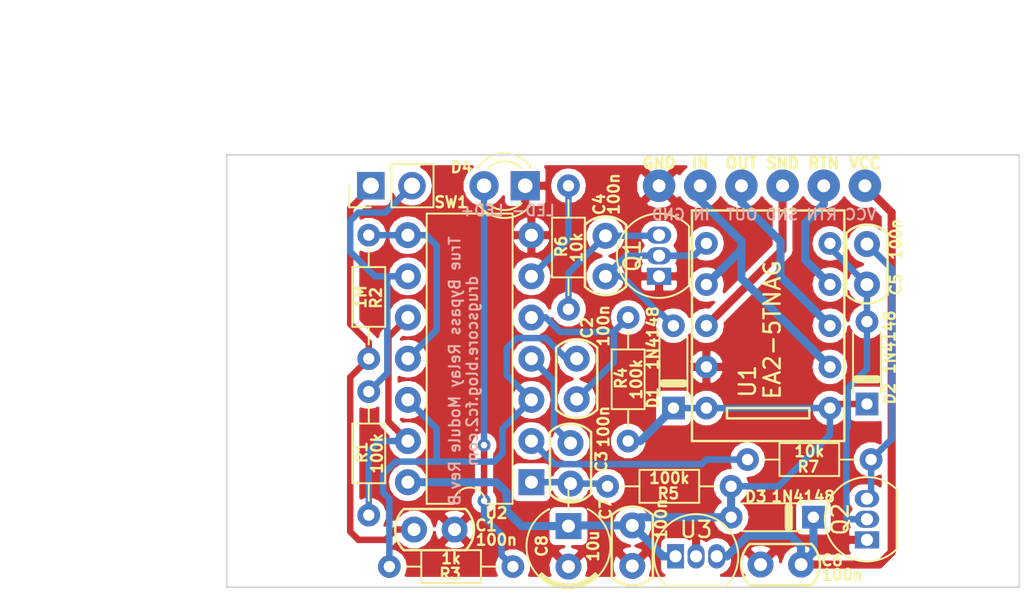
<source format=kicad_pcb>
(kicad_pcb (version 20171130) (host pcbnew "(5.0.0)")

  (general
    (thickness 1.6)
    (drawings 18)
    (tracks 160)
    (zones 0)
    (modules 57)
    (nets 23)
  )

  (page A4)
  (layers
    (0 F.Cu signal)
    (31 B.Cu signal)
    (32 B.Adhes user)
    (33 F.Adhes user)
    (34 B.Paste user)
    (35 F.Paste user)
    (36 B.SilkS user)
    (37 F.SilkS user)
    (38 B.Mask user)
    (39 F.Mask user)
    (40 Dwgs.User user)
    (41 Cmts.User user)
    (42 Eco1.User user)
    (43 Eco2.User user)
    (44 Edge.Cuts user)
    (45 Margin user)
    (46 B.CrtYd user)
    (47 F.CrtYd user hide)
    (48 B.Fab user)
    (49 F.Fab user hide)
  )

  (setup
    (last_trace_width 0.25)
    (user_trace_width 0.3)
    (user_trace_width 0.4)
    (user_trace_width 0.5)
    (trace_clearance 0.2)
    (zone_clearance 0.508)
    (zone_45_only no)
    (trace_min 0.2)
    (segment_width 0.2)
    (edge_width 0.1)
    (via_size 0.8)
    (via_drill 0.4)
    (via_min_size 0.4)
    (via_min_drill 0.3)
    (uvia_size 0.3)
    (uvia_drill 0.1)
    (uvias_allowed no)
    (uvia_min_size 0.2)
    (uvia_min_drill 0.1)
    (pcb_text_width 0.3)
    (pcb_text_size 1.5 1.5)
    (mod_edge_width 0.15)
    (mod_text_size 1 1)
    (mod_text_width 0.15)
    (pad_size 1 1)
    (pad_drill 1)
    (pad_to_mask_clearance 0)
    (aux_axis_origin 0 0)
    (grid_origin 107.315 82.55)
    (visible_elements 7FFFFFFF)
    (pcbplotparams
      (layerselection 0x010fc_ffffffff)
      (usegerberextensions false)
      (usegerberattributes false)
      (usegerberadvancedattributes false)
      (creategerberjobfile false)
      (excludeedgelayer true)
      (linewidth 0.100000)
      (plotframeref false)
      (viasonmask false)
      (mode 1)
      (useauxorigin false)
      (hpglpennumber 1)
      (hpglpenspeed 20)
      (hpglpendiameter 15.000000)
      (psnegative false)
      (psa4output false)
      (plotreference true)
      (plotvalue true)
      (plotinvisibletext false)
      (padsonsilk false)
      (subtractmaskfromsilk false)
      (outputformat 1)
      (mirror false)
      (drillshape 1)
      (scaleselection 1)
      (outputdirectory ""))
  )

  (net 0 "")
  (net 1 "Net-(C1-Pad1)")
  (net 2 GND)
  (net 3 "Net-(C2-Pad2)")
  (net 4 "Net-(C2-Pad1)")
  (net 5 "Net-(C3-Pad1)")
  (net 6 "Net-(C3-Pad2)")
  (net 7 "Net-(C4-Pad2)")
  (net 8 "Net-(C4-Pad1)")
  (net 9 "Net-(C5-Pad1)")
  (net 10 "Net-(C5-Pad2)")
  (net 11 "Net-(C6-Pad1)")
  (net 12 +5V)
  (net 13 "Net-(J1-Pad1)")
  (net 14 "Net-(J2-Pad1)")
  (net 15 "Net-(J3-Pad1)")
  (net 16 "Net-(J4-Pad1)")
  (net 17 "Net-(R1-Pad1)")
  (net 18 "Net-(R1-Pad2)")
  (net 19 "Net-(R2-Pad1)")
  (net 20 "Net-(R6-Pad2)")
  (net 21 "Net-(R7-Pad2)")
  (net 22 "Net-(D4-Pad2)")

  (net_class Default "これはデフォルトのネット クラスです。"
    (clearance 0.2)
    (trace_width 0.25)
    (via_dia 0.8)
    (via_drill 0.4)
    (uvia_dia 0.3)
    (uvia_drill 0.1)
    (add_net +5V)
    (add_net GND)
    (add_net "Net-(C1-Pad1)")
    (add_net "Net-(C2-Pad1)")
    (add_net "Net-(C2-Pad2)")
    (add_net "Net-(C3-Pad1)")
    (add_net "Net-(C3-Pad2)")
    (add_net "Net-(C4-Pad1)")
    (add_net "Net-(C4-Pad2)")
    (add_net "Net-(C5-Pad1)")
    (add_net "Net-(C5-Pad2)")
    (add_net "Net-(C6-Pad1)")
    (add_net "Net-(D4-Pad2)")
    (add_net "Net-(J1-Pad1)")
    (add_net "Net-(J2-Pad1)")
    (add_net "Net-(J3-Pad1)")
    (add_net "Net-(J4-Pad1)")
    (add_net "Net-(R1-Pad1)")
    (add_net "Net-(R1-Pad2)")
    (add_net "Net-(R2-Pad1)")
    (add_net "Net-(R6-Pad2)")
    (add_net "Net-(R7-Pad2)")
  )

  (module myFoot:my_C_Disc_P2.50mm (layer F.Cu) (tedit 5CF988D9) (tstamp 5CF7F070)
    (at 118.872 105.664)
    (descr "C, Disc series, Radial, pin pitch=2.50mm, , diameter*width=5*2.5mm^2, Capacitor, http://cdn-reichelt.de/documents/datenblatt/B300/DS_KERKO_TC.pdf")
    (tags "C Disc series Radial pin pitch 2.50mm  diameter 5mm width 2.5mm Capacitor")
    (path /5CED31A2)
    (fp_text reference C1 (at 4.445 -0.254) (layer F.SilkS)
      (effects (font (size 0.67 0.67) (thickness 0.15)))
    )
    (fp_text value 100n (at 5.08 0.635) (layer F.SilkS)
      (effects (font (size 0.67 0.67) (thickness 0.15)))
    )
    (fp_line (start 4.1 -1.6) (end -1.6 -1.6) (layer F.CrtYd) (width 0.05))
    (fp_line (start 4.1 1.6) (end 4.1 -1.6) (layer F.CrtYd) (width 0.05))
    (fp_line (start -1.6 1.6) (end 4.1 1.6) (layer F.CrtYd) (width 0.05))
    (fp_line (start -1.6 -1.6) (end -1.6 1.6) (layer F.CrtYd) (width 0.05))
    (fp_arc (start 0.635 0) (end -0.635 1.27) (angle 90) (layer F.SilkS) (width 0.15))
    (fp_arc (start 1.905 0) (end 3.175 -1.27) (angle 90) (layer F.SilkS) (width 0.15))
    (fp_line (start -0.635 -1.27) (end 3.175 -1.27) (layer F.SilkS) (width 0.15))
    (fp_line (start 3.175 1.27) (end -0.635 1.27) (layer F.SilkS) (width 0.15))
    (pad 2 thru_hole circle (at 2.5 0) (size 1.6 1.6) (drill 0.8) (layers *.Cu *.Mask)
      (net 2 GND))
    (pad 1 thru_hole circle (at 0 0) (size 1.6 1.6) (drill 0.8) (layers *.Cu *.Mask)
      (net 1 "Net-(C1-Pad1)"))
    (model ${KISYS3DMOD}/Capacitors_THT.3dshapes/C_Disc_D5.0mm_W2.5mm_P2.50mm.wrl
      (at (xyz 0 0 0))
      (scale (xyz 1 1 1))
      (rotate (xyz 0 0 0))
    )
  )

  (module myFoot:my_WirePad_0-8mmDrill (layer F.Cu) (tedit 5CFEC371) (tstamp 5CF7F11B)
    (at 146.685 84.455)
    (path /5CE6057C)
    (fp_text reference J6 (at 0 -2.54) (layer F.SilkS) hide
      (effects (font (size 0.67 0.67) (thickness 0.1675)))
    )
    (fp_text value VCC (at 0 -1.397) (layer F.SilkS)
      (effects (font (size 0.67 0.67) (thickness 0.1675)))
    )
    (pad 1 thru_hole circle (at 0 0) (size 1.99898 1.99898) (drill 0.8001) (layers *.Cu *.Mask)
      (net 11 "Net-(C6-Pad1)"))
  )

  (module myFoot:my_WirePad_0-8mmDrill (layer F.Cu) (tedit 5CFEC371) (tstamp 5CF7F102)
    (at 136.525 84.455)
    (path /5CE5FA53)
    (fp_text reference J1 (at 0 -2.54) (layer F.SilkS) hide
      (effects (font (size 0.67 0.67) (thickness 0.1675)))
    )
    (fp_text value IN (at 0 -1.397) (layer F.SilkS)
      (effects (font (size 0.67 0.67) (thickness 0.1675)))
    )
    (pad 1 thru_hole circle (at 0 0) (size 1.99898 1.99898) (drill 0.8001) (layers *.Cu *.Mask)
      (net 13 "Net-(J1-Pad1)"))
  )

  (module myFoot:my_WirePad_0-8mmDrill (layer F.Cu) (tedit 5CFEC371) (tstamp 5CF7F107)
    (at 141.605 84.455)
    (path /5CE5FAB3)
    (fp_text reference J2 (at 0 -2.54) (layer F.SilkS) hide
      (effects (font (size 0.67 0.67) (thickness 0.1675)))
    )
    (fp_text value SND (at 0 -1.397) (layer F.SilkS)
      (effects (font (size 0.67 0.67) (thickness 0.1675)))
    )
    (pad 1 thru_hole circle (at 0 0) (size 1.99898 1.99898) (drill 0.8001) (layers *.Cu *.Mask)
      (net 14 "Net-(J2-Pad1)"))
  )

  (module myFoot:my_WirePad_0-8mmDrill (layer F.Cu) (tedit 5CFEC371) (tstamp 5CF7F10C)
    (at 144.145 84.455)
    (path /5CE5FB00)
    (fp_text reference J3 (at 0 -2.54) (layer F.SilkS) hide
      (effects (font (size 0.67 0.67) (thickness 0.1675)))
    )
    (fp_text value RTN (at 0 -1.397) (layer F.SilkS)
      (effects (font (size 0.67 0.67) (thickness 0.1675)))
    )
    (pad 1 thru_hole circle (at 0 0) (size 1.99898 1.99898) (drill 0.8001) (layers *.Cu *.Mask)
      (net 15 "Net-(J3-Pad1)"))
  )

  (module myFoot:my_WirePad_0-8mmDrill (layer F.Cu) (tedit 5CFEC371) (tstamp 5CF7F111)
    (at 139.065 84.455)
    (path /5CE5FB47)
    (fp_text reference J4 (at 0 -2.54) (layer F.SilkS) hide
      (effects (font (size 0.67 0.67) (thickness 0.1675)))
    )
    (fp_text value OUT (at 0 -1.397) (layer F.SilkS)
      (effects (font (size 0.67 0.67) (thickness 0.1675)))
    )
    (pad 1 thru_hole circle (at 0 0) (size 1.99898 1.99898) (drill 0.8001) (layers *.Cu *.Mask)
      (net 16 "Net-(J4-Pad1)"))
  )

  (module myFoot:my_WirePad_0-8mmDrill (layer F.Cu) (tedit 5CFEC371) (tstamp 5CF7F125)
    (at 133.985 84.455)
    (path /5CE60512)
    (fp_text reference J8 (at 0 -2.54) (layer F.SilkS) hide
      (effects (font (size 0.67 0.67) (thickness 0.1675)))
    )
    (fp_text value GND (at 0 -1.397) (layer F.SilkS)
      (effects (font (size 0.67 0.67) (thickness 0.1675)))
    )
    (pad 1 thru_hole circle (at 0 0) (size 1.99898 1.99898) (drill 0.8001) (layers *.Cu *.Mask)
      (net 2 GND))
  )

  (module myFoot:EA2-5TNAG (layer F.Cu) (tedit 5CFC22DD) (tstamp 5CF7F1F7)
    (at 136.906 98.171 90)
    (descr "Resistor, Axial_DIN0204 series, Axial, Horizontal, pin pitch=7.62mm, 0.16666666666666666W = 1/6W, length*diameter=3.6*1.6mm^2, http://cdn-reichelt.de/documents/datenblatt/B400/1_4W%23YAG.pdf")
    (tags "Resistor Axial_DIN0204 series Axial Horizontal pin pitch 7.62mm 0.16666666666666666W = 1/6W length 3.6mm diameter 1.6mm")
    (path /5CE5FC4C)
    (fp_text reference U1 (at 1.651 2.54 90) (layer F.SilkS)
      (effects (font (size 1 1) (thickness 0.15)))
    )
    (fp_text value EA2-5TNAG (at 4.826 4.064 90) (layer F.SilkS)
      (effects (font (size 1 1) (thickness 0.15)))
    )
    (fp_line (start -0.635 6.35) (end -0.635 1.27) (layer F.SilkS) (width 0.15))
    (fp_line (start 0 6.35) (end -0.635 6.35) (layer F.SilkS) (width 0.15))
    (fp_line (start 0 1.27) (end 0 6.35) (layer F.SilkS) (width 0.15))
    (fp_line (start -0.635 1.27) (end 0 1.27) (layer F.SilkS) (width 0.15))
    (fp_line (start 12.192 -0.889) (end 5.08 -0.889) (layer F.SilkS) (width 0.15))
    (fp_line (start 12.192 3.81) (end 12.192 -0.889) (layer F.SilkS) (width 0.15))
    (fp_line (start 12.192 8.509) (end 12.192 3.81) (layer F.SilkS) (width 0.15))
    (fp_line (start 5.08 8.509) (end 12.192 8.509) (layer F.SilkS) (width 0.15))
    (fp_line (start -2.032 8.509) (end 5.08 8.509) (layer F.SilkS) (width 0.15))
    (fp_line (start -2.032 3.81) (end -2.032 8.509) (layer F.SilkS) (width 0.15))
    (fp_line (start -2.032 -0.889) (end -2.032 3.81) (layer F.SilkS) (width 0.15))
    (fp_line (start 5.08 -0.889) (end -2.032 -0.889) (layer F.SilkS) (width 0.15))
    (pad 2 thru_hole oval (at 2.54 7.62 90) (size 1.4 1.4) (drill 0.7) (layers *.Cu *.Mask)
      (net 13 "Net-(J1-Pad1)"))
    (pad 3 thru_hole oval (at 5.08 7.62 90) (size 1.4 1.4) (drill 0.7) (layers *.Cu *.Mask)
      (net 16 "Net-(J4-Pad1)"))
    (pad 9 thru_hole oval (at 2.54 0 90) (size 1.4 1.4) (drill 0.7) (layers *.Cu *.Mask)
      (net 2 GND))
    (pad 10 thru_hole circle (at 0 0 90) (size 1.4 1.4) (drill 0.7) (layers *.Cu *.Mask)
      (net 12 +5V))
    (pad 4 thru_hole oval (at 7.62 7.62 90) (size 1.4 1.4) (drill 0.7) (layers *.Cu *.Mask)
      (net 15 "Net-(J3-Pad1)"))
    (pad 5 thru_hole oval (at 10.16 7.62 90) (size 1.4 1.4) (drill 0.7) (layers *.Cu *.Mask)
      (net 9 "Net-(C5-Pad1)"))
    (pad 1 thru_hole oval (at 0 7.62 90) (size 1.4 1.4) (drill 0.7) (layers *.Cu *.Mask)
      (net 12 +5V))
    (pad 8 thru_hole oval (at 5.08 0 90) (size 1.4 1.4) (drill 0.7) (layers *.Cu *.Mask)
      (net 14 "Net-(J2-Pad1)"))
    (pad 7 thru_hole oval (at 7.62 0 90) (size 1.4 1.4) (drill 0.7) (layers *.Cu *.Mask)
      (net 13 "Net-(J1-Pad1)"))
    (pad 6 thru_hole oval (at 10.16 0 90) (size 1.4 1.4) (drill 0.7) (layers *.Cu *.Mask)
      (net 8 "Net-(C4-Pad1)"))
  )

  (module LED_THT:LED_D3.0mm (layer F.Cu) (tedit 587A3A7B) (tstamp 5CF92125)
    (at 125.73 84.455 180)
    (descr "LED, diameter 3.0mm, 2 pins")
    (tags "LED diameter 3.0mm 2 pins")
    (path /5CF03F03)
    (fp_text reference D4 (at 3.937 1.143 180) (layer F.SilkS)
      (effects (font (size 0.67 0.67) (thickness 0.15)))
    )
    (fp_text value LED (at -1.778 1.143 180) (layer F.Fab)
      (effects (font (size 0.67 0.67) (thickness 0.15)))
    )
    (fp_line (start 3.7 -2.25) (end -1.15 -2.25) (layer F.CrtYd) (width 0.05))
    (fp_line (start 3.7 2.25) (end 3.7 -2.25) (layer F.CrtYd) (width 0.05))
    (fp_line (start -1.15 2.25) (end 3.7 2.25) (layer F.CrtYd) (width 0.05))
    (fp_line (start -1.15 -2.25) (end -1.15 2.25) (layer F.CrtYd) (width 0.05))
    (fp_line (start -0.29 1.08) (end -0.29 1.236) (layer F.SilkS) (width 0.12))
    (fp_line (start -0.29 -1.236) (end -0.29 -1.08) (layer F.SilkS) (width 0.12))
    (fp_line (start -0.23 -1.16619) (end -0.23 1.16619) (layer F.Fab) (width 0.1))
    (fp_circle (center 1.27 0) (end 2.77 0) (layer F.Fab) (width 0.1))
    (fp_arc (start 1.27 0) (end 0.229039 1.08) (angle -87.9) (layer F.SilkS) (width 0.12))
    (fp_arc (start 1.27 0) (end 0.229039 -1.08) (angle 87.9) (layer F.SilkS) (width 0.12))
    (fp_arc (start 1.27 0) (end -0.29 1.235516) (angle -108.8) (layer F.SilkS) (width 0.12))
    (fp_arc (start 1.27 0) (end -0.29 -1.235516) (angle 108.8) (layer F.SilkS) (width 0.12))
    (fp_arc (start 1.27 0) (end -0.23 -1.16619) (angle 284.3) (layer F.Fab) (width 0.1))
    (pad 2 thru_hole circle (at 2.54 0 180) (size 1.8 1.8) (drill 0.9) (layers *.Cu *.Mask)
      (net 22 "Net-(D4-Pad2)"))
    (pad 1 thru_hole rect (at 0 0 180) (size 1.8 1.8) (drill 0.9) (layers *.Cu *.Mask)
      (net 2 GND))
    (model ${KISYS3DMOD}/LED_THT.3dshapes/LED_D3.0mm.wrl
      (at (xyz 0 0 0))
      (scale (xyz 1 1 1))
      (rotate (xyz 0 0 0))
    )
  )

  (module MountingHole:MountingHole_3.2mm_M3 (layer F.Cu) (tedit 56D1B4CB) (tstamp 5CEBA059)
    (at 153.035 106.045)
    (descr "Mounting Hole 3.2mm, no annular, M3")
    (tags "mounting hole 3.2mm no annular m3")
    (attr virtual)
    (fp_text reference R (at 0 -0.254) (layer F.SilkS) hide
      (effects (font (size 1 1) (thickness 0.15)))
    )
    (fp_text value M (at 0 -0.254) (layer F.Fab) hide
      (effects (font (size 1 1) (thickness 0.15)))
    )
    (fp_circle (center 0 0) (end 3.45 0) (layer F.CrtYd) (width 0.05))
    (fp_circle (center 0 0) (end 3.2 0) (layer Cmts.User) (width 0.15))
    (fp_text user %R (at 0.3 0) (layer F.Fab)
      (effects (font (size 1 1) (thickness 0.15)))
    )
    (pad 1 np_thru_hole circle (at 0 0) (size 3.2 3.2) (drill 3.2) (layers *.Cu *.Mask))
  )

  (module myFoot:MountingHole_1.0mm (layer F.Cu) (tedit 5CEB9945) (tstamp 5CEC84D3)
    (at 113.665 107.315)
    (descr "Mounting Hole 2.2mm, no annular, M2")
    (tags "mounting hole 2.2mm no annular m2")
    (attr virtual)
    (fp_text reference R (at 0 0) (layer F.SilkS) hide
      (effects (font (size 1 1) (thickness 0.15)))
    )
    (fp_text value M (at 0 0) (layer F.SilkS) hide
      (effects (font (size 1 1) (thickness 0.15)))
    )
    (pad "" np_thru_hole circle (at 0 0) (size 1 1) (drill 1) (layers *.Cu *.Mask))
  )

  (module myFoot:MountingHole_1.0mm (layer F.Cu) (tedit 5CEB9945) (tstamp 5CEC84CF)
    (at 149.86 107.315)
    (descr "Mounting Hole 2.2mm, no annular, M2")
    (tags "mounting hole 2.2mm no annular m2")
    (attr virtual)
    (fp_text reference R (at 0 0) (layer F.SilkS) hide
      (effects (font (size 1 1) (thickness 0.15)))
    )
    (fp_text value M (at 0 0) (layer F.SilkS) hide
      (effects (font (size 1 1) (thickness 0.15)))
    )
    (pad "" np_thru_hole circle (at 0 0) (size 1 1) (drill 1) (layers *.Cu *.Mask))
  )

  (module myFoot:MountingHole_1.0mm (layer F.Cu) (tedit 5CEB9945) (tstamp 5CEC84CB)
    (at 113.665 104.775)
    (descr "Mounting Hole 2.2mm, no annular, M2")
    (tags "mounting hole 2.2mm no annular m2")
    (attr virtual)
    (fp_text reference R (at 0 0) (layer F.SilkS) hide
      (effects (font (size 1 1) (thickness 0.15)))
    )
    (fp_text value M (at 0 0) (layer F.SilkS) hide
      (effects (font (size 1 1) (thickness 0.15)))
    )
    (pad "" np_thru_hole circle (at 0 0) (size 1 1) (drill 1) (layers *.Cu *.Mask))
  )

  (module myFoot:MountingHole_1.0mm (layer F.Cu) (tedit 5CEB9945) (tstamp 5CEC84C7)
    (at 149.86 104.775)
    (descr "Mounting Hole 2.2mm, no annular, M2")
    (tags "mounting hole 2.2mm no annular m2")
    (attr virtual)
    (fp_text reference R (at 0 0) (layer F.SilkS) hide
      (effects (font (size 1 1) (thickness 0.15)))
    )
    (fp_text value M (at 0 0) (layer F.SilkS) hide
      (effects (font (size 1 1) (thickness 0.15)))
    )
    (pad "" np_thru_hole circle (at 0 0) (size 1 1) (drill 1) (layers *.Cu *.Mask))
  )

  (module myFoot:MountingHole_1.0mm (layer F.Cu) (tedit 5CEB9945) (tstamp 5CEC84C3)
    (at 113.665 102.235)
    (descr "Mounting Hole 2.2mm, no annular, M2")
    (tags "mounting hole 2.2mm no annular m2")
    (attr virtual)
    (fp_text reference R (at 0 0) (layer F.SilkS) hide
      (effects (font (size 1 1) (thickness 0.15)))
    )
    (fp_text value M (at 0 0) (layer F.SilkS) hide
      (effects (font (size 1 1) (thickness 0.15)))
    )
    (pad "" np_thru_hole circle (at 0 0) (size 1 1) (drill 1) (layers *.Cu *.Mask))
  )

  (module myFoot:MountingHole_1.0mm (layer F.Cu) (tedit 5CEB9945) (tstamp 5CEC84BF)
    (at 149.86 102.235)
    (descr "Mounting Hole 2.2mm, no annular, M2")
    (tags "mounting hole 2.2mm no annular m2")
    (attr virtual)
    (fp_text reference R (at 0 0) (layer F.SilkS) hide
      (effects (font (size 1 1) (thickness 0.15)))
    )
    (fp_text value M (at 0 0) (layer F.SilkS) hide
      (effects (font (size 1 1) (thickness 0.15)))
    )
    (pad "" np_thru_hole circle (at 0 0) (size 1 1) (drill 1) (layers *.Cu *.Mask))
  )

  (module myFoot:MountingHole_1.0mm (layer F.Cu) (tedit 5CEB9945) (tstamp 5CEC84BB)
    (at 113.665 99.695)
    (descr "Mounting Hole 2.2mm, no annular, M2")
    (tags "mounting hole 2.2mm no annular m2")
    (attr virtual)
    (fp_text reference R (at 0 0) (layer F.SilkS) hide
      (effects (font (size 1 1) (thickness 0.15)))
    )
    (fp_text value M (at 0 0) (layer F.SilkS) hide
      (effects (font (size 1 1) (thickness 0.15)))
    )
    (pad "" np_thru_hole circle (at 0 0) (size 1 1) (drill 1) (layers *.Cu *.Mask))
  )

  (module myFoot:MountingHole_1.0mm (layer F.Cu) (tedit 5CEB9945) (tstamp 5CEC84B7)
    (at 149.86 99.695)
    (descr "Mounting Hole 2.2mm, no annular, M2")
    (tags "mounting hole 2.2mm no annular m2")
    (attr virtual)
    (fp_text reference R (at 0 0) (layer F.SilkS) hide
      (effects (font (size 1 1) (thickness 0.15)))
    )
    (fp_text value M (at 0 0) (layer F.SilkS) hide
      (effects (font (size 1 1) (thickness 0.15)))
    )
    (pad "" np_thru_hole circle (at 0 0) (size 1 1) (drill 1) (layers *.Cu *.Mask))
  )

  (module myFoot:MountingHole_1.0mm (layer F.Cu) (tedit 5CEB9945) (tstamp 5CEC84B3)
    (at 113.665 97.155)
    (descr "Mounting Hole 2.2mm, no annular, M2")
    (tags "mounting hole 2.2mm no annular m2")
    (attr virtual)
    (fp_text reference R (at 0 0) (layer F.SilkS) hide
      (effects (font (size 1 1) (thickness 0.15)))
    )
    (fp_text value M (at 0 0) (layer F.SilkS) hide
      (effects (font (size 1 1) (thickness 0.15)))
    )
    (pad "" np_thru_hole circle (at 0 0) (size 1 1) (drill 1) (layers *.Cu *.Mask))
  )

  (module myFoot:MountingHole_1.0mm (layer F.Cu) (tedit 5CEB9945) (tstamp 5CEC84AF)
    (at 149.86 97.155)
    (descr "Mounting Hole 2.2mm, no annular, M2")
    (tags "mounting hole 2.2mm no annular m2")
    (attr virtual)
    (fp_text reference R (at 0 0) (layer F.SilkS) hide
      (effects (font (size 1 1) (thickness 0.15)))
    )
    (fp_text value M (at 0 0) (layer F.SilkS) hide
      (effects (font (size 1 1) (thickness 0.15)))
    )
    (pad "" np_thru_hole circle (at 0 0) (size 1 1) (drill 1) (layers *.Cu *.Mask))
  )

  (module myFoot:MountingHole_1.0mm (layer F.Cu) (tedit 5CEB9945) (tstamp 5CEC84AB)
    (at 113.665 94.615)
    (descr "Mounting Hole 2.2mm, no annular, M2")
    (tags "mounting hole 2.2mm no annular m2")
    (attr virtual)
    (fp_text reference R (at 0 0) (layer F.SilkS) hide
      (effects (font (size 1 1) (thickness 0.15)))
    )
    (fp_text value M (at 0 0) (layer F.SilkS) hide
      (effects (font (size 1 1) (thickness 0.15)))
    )
    (pad "" np_thru_hole circle (at 0 0) (size 1 1) (drill 1) (layers *.Cu *.Mask))
  )

  (module myFoot:MountingHole_1.0mm (layer F.Cu) (tedit 5CEB9945) (tstamp 5CEC84A7)
    (at 149.86 94.615)
    (descr "Mounting Hole 2.2mm, no annular, M2")
    (tags "mounting hole 2.2mm no annular m2")
    (attr virtual)
    (fp_text reference R (at 0 0) (layer F.SilkS) hide
      (effects (font (size 1 1) (thickness 0.15)))
    )
    (fp_text value M (at 0 0) (layer F.SilkS) hide
      (effects (font (size 1 1) (thickness 0.15)))
    )
    (pad "" np_thru_hole circle (at 0 0) (size 1 1) (drill 1) (layers *.Cu *.Mask))
  )

  (module myFoot:MountingHole_1.0mm (layer F.Cu) (tedit 5CEB9945) (tstamp 5CEC84A3)
    (at 113.665 92.075)
    (descr "Mounting Hole 2.2mm, no annular, M2")
    (tags "mounting hole 2.2mm no annular m2")
    (attr virtual)
    (fp_text reference R (at 0 0) (layer F.SilkS) hide
      (effects (font (size 1 1) (thickness 0.15)))
    )
    (fp_text value M (at 0 0) (layer F.SilkS) hide
      (effects (font (size 1 1) (thickness 0.15)))
    )
    (pad "" np_thru_hole circle (at 0 0) (size 1 1) (drill 1) (layers *.Cu *.Mask))
  )

  (module myFoot:MountingHole_1.0mm (layer F.Cu) (tedit 5CEB9945) (tstamp 5CEC849F)
    (at 149.86 92.075)
    (descr "Mounting Hole 2.2mm, no annular, M2")
    (tags "mounting hole 2.2mm no annular m2")
    (attr virtual)
    (fp_text reference R (at 0 0) (layer F.SilkS) hide
      (effects (font (size 1 1) (thickness 0.15)))
    )
    (fp_text value M (at 0 0) (layer F.SilkS) hide
      (effects (font (size 1 1) (thickness 0.15)))
    )
    (pad "" np_thru_hole circle (at 0 0) (size 1 1) (drill 1) (layers *.Cu *.Mask))
  )

  (module myFoot:MountingHole_1.0mm (layer F.Cu) (tedit 5CEB9945) (tstamp 5CEC849B)
    (at 113.665 89.535)
    (descr "Mounting Hole 2.2mm, no annular, M2")
    (tags "mounting hole 2.2mm no annular m2")
    (attr virtual)
    (fp_text reference R (at 0 0) (layer F.SilkS) hide
      (effects (font (size 1 1) (thickness 0.15)))
    )
    (fp_text value M (at 0 0) (layer F.SilkS) hide
      (effects (font (size 1 1) (thickness 0.15)))
    )
    (pad "" np_thru_hole circle (at 0 0) (size 1 1) (drill 1) (layers *.Cu *.Mask))
  )

  (module myFoot:MountingHole_1.0mm (layer F.Cu) (tedit 5CEB9945) (tstamp 5CEC8497)
    (at 149.86 89.535)
    (descr "Mounting Hole 2.2mm, no annular, M2")
    (tags "mounting hole 2.2mm no annular m2")
    (attr virtual)
    (fp_text reference R (at 0 0) (layer F.SilkS) hide
      (effects (font (size 1 1) (thickness 0.15)))
    )
    (fp_text value M (at 0 0) (layer F.SilkS) hide
      (effects (font (size 1 1) (thickness 0.15)))
    )
    (pad "" np_thru_hole circle (at 0 0) (size 1 1) (drill 1) (layers *.Cu *.Mask))
  )

  (module myFoot:MountingHole_1.0mm (layer F.Cu) (tedit 5CEB9945) (tstamp 5CEC8493)
    (at 113.665 86.995)
    (descr "Mounting Hole 2.2mm, no annular, M2")
    (tags "mounting hole 2.2mm no annular m2")
    (attr virtual)
    (fp_text reference R (at 0 0) (layer F.SilkS) hide
      (effects (font (size 1 1) (thickness 0.15)))
    )
    (fp_text value M (at 0 0) (layer F.SilkS) hide
      (effects (font (size 1 1) (thickness 0.15)))
    )
    (pad "" np_thru_hole circle (at 0 0) (size 1 1) (drill 1) (layers *.Cu *.Mask))
  )

  (module myFoot:MountingHole_1.0mm (layer F.Cu) (tedit 5CEB9945) (tstamp 5CEC848F)
    (at 149.86 86.995)
    (descr "Mounting Hole 2.2mm, no annular, M2")
    (tags "mounting hole 2.2mm no annular m2")
    (attr virtual)
    (fp_text reference R (at 0 0) (layer F.SilkS) hide
      (effects (font (size 1 1) (thickness 0.15)))
    )
    (fp_text value M (at 0 0) (layer F.SilkS) hide
      (effects (font (size 1 1) (thickness 0.15)))
    )
    (pad "" np_thru_hole circle (at 0 0) (size 1 1) (drill 1) (layers *.Cu *.Mask))
  )

  (module myFoot:MountingHole_1.0mm (layer F.Cu) (tedit 5CEB9945) (tstamp 5CEC848B)
    (at 113.665 84.455)
    (descr "Mounting Hole 2.2mm, no annular, M2")
    (tags "mounting hole 2.2mm no annular m2")
    (attr virtual)
    (fp_text reference R (at 0 0) (layer F.SilkS) hide
      (effects (font (size 1 1) (thickness 0.15)))
    )
    (fp_text value M (at 0 0) (layer F.SilkS) hide
      (effects (font (size 1 1) (thickness 0.15)))
    )
    (pad "" np_thru_hole circle (at 0 0) (size 1 1) (drill 1) (layers *.Cu *.Mask))
  )

  (module MountingHole:MountingHole_3.2mm_M3 (layer F.Cu) (tedit 56D1B4CB) (tstamp 5CEB9FDA)
    (at 110.49 85.725)
    (descr "Mounting Hole 3.2mm, no annular, M3")
    (tags "mounting hole 3.2mm no annular m3")
    (attr virtual)
    (fp_text reference R (at 0 -0.254) (layer F.SilkS) hide
      (effects (font (size 1 1) (thickness 0.15)))
    )
    (fp_text value M (at 0 -0.254) (layer F.Fab) hide
      (effects (font (size 1 1) (thickness 0.15)))
    )
    (fp_circle (center 0 0) (end 3.45 0) (layer F.CrtYd) (width 0.05))
    (fp_circle (center 0 0) (end 3.2 0) (layer Cmts.User) (width 0.15))
    (fp_text user %R (at 0.3 0) (layer F.Fab)
      (effects (font (size 1 1) (thickness 0.15)))
    )
    (pad 1 np_thru_hole circle (at 0 0) (size 3.2 3.2) (drill 3.2) (layers *.Cu *.Mask))
  )

  (module MountingHole:MountingHole_3.2mm_M3 (layer F.Cu) (tedit 56D1B4CB) (tstamp 5CEBA044)
    (at 153.035 85.725)
    (descr "Mounting Hole 3.2mm, no annular, M3")
    (tags "mounting hole 3.2mm no annular m3")
    (attr virtual)
    (fp_text reference R (at 0 -0.254) (layer F.SilkS) hide
      (effects (font (size 1 1) (thickness 0.15)))
    )
    (fp_text value M (at 0 -0.254) (layer F.Fab) hide
      (effects (font (size 1 1) (thickness 0.15)))
    )
    (fp_circle (center 0 0) (end 3.45 0) (layer F.CrtYd) (width 0.05))
    (fp_circle (center 0 0) (end 3.2 0) (layer Cmts.User) (width 0.15))
    (fp_text user %R (at 0.3 0) (layer F.Fab)
      (effects (font (size 1 1) (thickness 0.15)))
    )
    (pad 1 np_thru_hole circle (at 0 0) (size 3.2 3.2) (drill 3.2) (layers *.Cu *.Mask))
  )

  (module MountingHole:MountingHole_3.2mm_M3 (layer F.Cu) (tedit 56D1B4CB) (tstamp 5CEBA036)
    (at 153.035 95.885)
    (descr "Mounting Hole 3.2mm, no annular, M3")
    (tags "mounting hole 3.2mm no annular m3")
    (attr virtual)
    (fp_text reference R (at 0 -0.254) (layer F.SilkS) hide
      (effects (font (size 1 1) (thickness 0.15)))
    )
    (fp_text value M (at 0 -0.254) (layer F.Fab) hide
      (effects (font (size 1 1) (thickness 0.15)))
    )
    (fp_circle (center 0 0) (end 3.45 0) (layer F.CrtYd) (width 0.05))
    (fp_circle (center 0 0) (end 3.2 0) (layer Cmts.User) (width 0.15))
    (fp_text user %R (at 0.3 0) (layer F.Fab)
      (effects (font (size 1 1) (thickness 0.15)))
    )
    (pad 1 np_thru_hole circle (at 0 0) (size 3.2 3.2) (drill 3.2) (layers *.Cu *.Mask))
  )

  (module MountingHole:MountingHole_3.2mm_M3 (layer F.Cu) (tedit 56D1B4CB) (tstamp 5CEBA028)
    (at 110.49 106.045)
    (descr "Mounting Hole 3.2mm, no annular, M3")
    (tags "mounting hole 3.2mm no annular m3")
    (attr virtual)
    (fp_text reference R (at 0 -0.254) (layer F.SilkS) hide
      (effects (font (size 1 1) (thickness 0.15)))
    )
    (fp_text value M (at 0 -0.254) (layer F.Fab) hide
      (effects (font (size 1 1) (thickness 0.15)))
    )
    (fp_circle (center 0 0) (end 3.45 0) (layer F.CrtYd) (width 0.05))
    (fp_circle (center 0 0) (end 3.2 0) (layer Cmts.User) (width 0.15))
    (fp_text user %R (at 0.3 0) (layer F.Fab)
      (effects (font (size 1 1) (thickness 0.15)))
    )
    (pad 1 np_thru_hole circle (at 0 0) (size 3.2 3.2) (drill 3.2) (layers *.Cu *.Mask))
  )

  (module MountingHole:MountingHole_3.2mm_M3 (layer F.Cu) (tedit 56D1B4CB) (tstamp 5CEBA01A)
    (at 110.49 95.885)
    (descr "Mounting Hole 3.2mm, no annular, M3")
    (tags "mounting hole 3.2mm no annular m3")
    (attr virtual)
    (fp_text reference R (at 0 -0.254) (layer F.SilkS) hide
      (effects (font (size 1 1) (thickness 0.15)))
    )
    (fp_text value M (at 0 -0.254) (layer F.Fab) hide
      (effects (font (size 1 1) (thickness 0.15)))
    )
    (fp_circle (center 0 0) (end 3.45 0) (layer F.CrtYd) (width 0.05))
    (fp_circle (center 0 0) (end 3.2 0) (layer Cmts.User) (width 0.15))
    (fp_text user %R (at 0.3 0) (layer F.Fab)
      (effects (font (size 1 1) (thickness 0.15)))
    )
    (pad 1 np_thru_hole circle (at 0 0) (size 3.2 3.2) (drill 3.2) (layers *.Cu *.Mask))
  )

  (module Package_DIP:DIP-14_W7.62mm (layer F.Cu) (tedit 5A02E8C5) (tstamp 5CF7F219)
    (at 126.111 102.743 180)
    (descr "14-lead though-hole mounted DIP package, row spacing 7.62 mm (300 mils)")
    (tags "THT DIP DIL PDIP 2.54mm 7.62mm 300mil")
    (path /5CED2D8C)
    (fp_text reference U2 (at 2.159 -1.905 180) (layer F.SilkS)
      (effects (font (size 0.67 0.67) (thickness 0.15)))
    )
    (fp_text value TC4069UBP (at 3.81 8.0264 90) (layer F.Fab)
      (effects (font (size 1 1) (thickness 0.15)))
    )
    (fp_text user %R (at 3.81 7.62 180) (layer F.Fab)
      (effects (font (size 1 1) (thickness 0.15)))
    )
    (fp_line (start 8.7 -1.55) (end -1.1 -1.55) (layer F.CrtYd) (width 0.05))
    (fp_line (start 8.7 16.8) (end 8.7 -1.55) (layer F.CrtYd) (width 0.05))
    (fp_line (start -1.1 16.8) (end 8.7 16.8) (layer F.CrtYd) (width 0.05))
    (fp_line (start -1.1 -1.55) (end -1.1 16.8) (layer F.CrtYd) (width 0.05))
    (fp_line (start 6.46 -1.33) (end 4.81 -1.33) (layer F.SilkS) (width 0.12))
    (fp_line (start 6.46 16.57) (end 6.46 -1.33) (layer F.SilkS) (width 0.12))
    (fp_line (start 1.16 16.57) (end 6.46 16.57) (layer F.SilkS) (width 0.12))
    (fp_line (start 1.16 -1.33) (end 1.16 16.57) (layer F.SilkS) (width 0.12))
    (fp_line (start 2.81 -1.33) (end 1.16 -1.33) (layer F.SilkS) (width 0.12))
    (fp_line (start 0.635 -0.27) (end 1.635 -1.27) (layer F.Fab) (width 0.1))
    (fp_line (start 0.635 16.51) (end 0.635 -0.27) (layer F.Fab) (width 0.1))
    (fp_line (start 6.985 16.51) (end 0.635 16.51) (layer F.Fab) (width 0.1))
    (fp_line (start 6.985 -1.27) (end 6.985 16.51) (layer F.Fab) (width 0.1))
    (fp_line (start 1.635 -1.27) (end 6.985 -1.27) (layer F.Fab) (width 0.1))
    (fp_arc (start 3.81 -1.33) (end 2.81 -1.33) (angle -180) (layer F.SilkS) (width 0.12))
    (pad 14 thru_hole oval (at 7.62 0 180) (size 1.6 1.6) (drill 0.8) (layers *.Cu *.Mask)
      (net 12 +5V))
    (pad 7 thru_hole oval (at 0 15.24 180) (size 1.6 1.6) (drill 0.8) (layers *.Cu *.Mask)
      (net 2 GND))
    (pad 13 thru_hole oval (at 7.62 2.54 180) (size 1.6 1.6) (drill 0.8) (layers *.Cu *.Mask)
      (net 17 "Net-(R1-Pad1)"))
    (pad 6 thru_hole oval (at 0 12.7 180) (size 1.6 1.6) (drill 0.8) (layers *.Cu *.Mask)
      (net 20 "Net-(R6-Pad2)"))
    (pad 12 thru_hole oval (at 7.62 5.08 180) (size 1.6 1.6) (drill 0.8) (layers *.Cu *.Mask)
      (net 3 "Net-(C2-Pad2)"))
    (pad 5 thru_hole oval (at 0 10.16 180) (size 1.6 1.6) (drill 0.8) (layers *.Cu *.Mask)
      (net 4 "Net-(C2-Pad1)"))
    (pad 11 thru_hole oval (at 7.62 7.62 180) (size 1.6 1.6) (drill 0.8) (layers *.Cu *.Mask)
      (net 19 "Net-(R2-Pad1)"))
    (pad 4 thru_hole oval (at 0 7.62 180) (size 1.6 1.6) (drill 0.8) (layers *.Cu *.Mask)
      (net 6 "Net-(C3-Pad2)"))
    (pad 10 thru_hole oval (at 7.62 10.16 180) (size 1.6 1.6) (drill 0.8) (layers *.Cu *.Mask)
      (net 17 "Net-(R1-Pad1)"))
    (pad 3 thru_hole oval (at 0 5.08 180) (size 1.6 1.6) (drill 0.8) (layers *.Cu *.Mask)
      (net 3 "Net-(C2-Pad2)"))
    (pad 9 thru_hole oval (at 7.62 12.7 180) (size 1.6 1.6) (drill 0.8) (layers *.Cu *.Mask)
      (net 18 "Net-(R1-Pad2)"))
    (pad 2 thru_hole oval (at 0 2.54 180) (size 1.6 1.6) (drill 0.8) (layers *.Cu *.Mask)
      (net 21 "Net-(R7-Pad2)"))
    (pad 8 thru_hole oval (at 7.62 15.24 180) (size 1.6 1.6) (drill 0.8) (layers *.Cu *.Mask)
      (net 19 "Net-(R2-Pad1)"))
    (pad 1 thru_hole rect (at 0 0 180) (size 1.6 1.6) (drill 0.8) (layers *.Cu *.Mask)
      (net 5 "Net-(C3-Pad1)"))
    (model ${KISYS3DMOD}/Package_DIP.3dshapes/DIP-14_W7.62mm.wrl
      (at (xyz 0 0 0))
      (scale (xyz 1 1 1))
      (rotate (xyz 0 0 0))
    )
  )

  (module myFoot:my_C_Disc_P2.50mm (layer F.Cu) (tedit 5CF988D9) (tstamp 5CF7F07E)
    (at 128.905 97.623 90)
    (descr "C, Disc series, Radial, pin pitch=2.50mm, , diameter*width=5*2.5mm^2, Capacitor, http://cdn-reichelt.de/documents/datenblatt/B300/DS_KERKO_TC.pdf")
    (tags "C Disc series Radial pin pitch 2.50mm  diameter 5mm width 2.5mm Capacitor")
    (path /5CEE80C0)
    (fp_text reference C2 (at 4.405 0.635 90) (layer F.SilkS)
      (effects (font (size 0.67 0.67) (thickness 0.15)))
    )
    (fp_text value 100n (at 4.532 1.651 90) (layer F.SilkS)
      (effects (font (size 0.67 0.67) (thickness 0.15)))
    )
    (fp_line (start 4.1 -1.6) (end -1.6 -1.6) (layer F.CrtYd) (width 0.05))
    (fp_line (start 4.1 1.6) (end 4.1 -1.6) (layer F.CrtYd) (width 0.05))
    (fp_line (start -1.6 1.6) (end 4.1 1.6) (layer F.CrtYd) (width 0.05))
    (fp_line (start -1.6 -1.6) (end -1.6 1.6) (layer F.CrtYd) (width 0.05))
    (fp_arc (start 0.635 0) (end -0.635 1.27) (angle 90) (layer F.SilkS) (width 0.15))
    (fp_arc (start 1.905 0) (end 3.175 -1.27) (angle 90) (layer F.SilkS) (width 0.15))
    (fp_line (start -0.635 -1.27) (end 3.175 -1.27) (layer F.SilkS) (width 0.15))
    (fp_line (start 3.175 1.27) (end -0.635 1.27) (layer F.SilkS) (width 0.15))
    (pad 2 thru_hole circle (at 2.5 0 90) (size 1.6 1.6) (drill 0.8) (layers *.Cu *.Mask)
      (net 3 "Net-(C2-Pad2)"))
    (pad 1 thru_hole circle (at 0 0 90) (size 1.6 1.6) (drill 0.8) (layers *.Cu *.Mask)
      (net 4 "Net-(C2-Pad1)"))
    (model ${KISYS3DMOD}/Capacitors_THT.3dshapes/C_Disc_D5.0mm_W2.5mm_P2.50mm.wrl
      (at (xyz 0 0 0))
      (scale (xyz 1 1 1))
      (rotate (xyz 0 0 0))
    )
  )

  (module myFoot:my_C_Disc_P2.50mm (layer F.Cu) (tedit 5CF988D9) (tstamp 5CF7F08C)
    (at 128.524 102.83 90)
    (descr "C, Disc series, Radial, pin pitch=2.50mm, , diameter*width=5*2.5mm^2, Capacitor, http://cdn-reichelt.de/documents/datenblatt/B300/DS_KERKO_TC.pdf")
    (tags "C Disc series Radial pin pitch 2.50mm  diameter 5mm width 2.5mm Capacitor")
    (path /5CEFADED)
    (fp_text reference C3 (at 1.357 1.905 90) (layer F.SilkS)
      (effects (font (size 0.67 0.67) (thickness 0.15)))
    )
    (fp_text value 100n (at 3.516 2.032 90) (layer F.SilkS)
      (effects (font (size 0.67 0.67) (thickness 0.15)))
    )
    (fp_line (start 4.1 -1.6) (end -1.6 -1.6) (layer F.CrtYd) (width 0.05))
    (fp_line (start 4.1 1.6) (end 4.1 -1.6) (layer F.CrtYd) (width 0.05))
    (fp_line (start -1.6 1.6) (end 4.1 1.6) (layer F.CrtYd) (width 0.05))
    (fp_line (start -1.6 -1.6) (end -1.6 1.6) (layer F.CrtYd) (width 0.05))
    (fp_arc (start 0.635 0) (end -0.635 1.27) (angle 90) (layer F.SilkS) (width 0.15))
    (fp_arc (start 1.905 0) (end 3.175 -1.27) (angle 90) (layer F.SilkS) (width 0.15))
    (fp_line (start -0.635 -1.27) (end 3.175 -1.27) (layer F.SilkS) (width 0.15))
    (fp_line (start 3.175 1.27) (end -0.635 1.27) (layer F.SilkS) (width 0.15))
    (pad 2 thru_hole circle (at 2.5 0 90) (size 1.6 1.6) (drill 0.8) (layers *.Cu *.Mask)
      (net 6 "Net-(C3-Pad2)"))
    (pad 1 thru_hole circle (at 0 0 90) (size 1.6 1.6) (drill 0.8) (layers *.Cu *.Mask)
      (net 5 "Net-(C3-Pad1)"))
    (model ${KISYS3DMOD}/Capacitors_THT.3dshapes/C_Disc_D5.0mm_W2.5mm_P2.50mm.wrl
      (at (xyz 0 0 0))
      (scale (xyz 1 1 1))
      (rotate (xyz 0 0 0))
    )
  )

  (module myFoot:my_C_Disc_P2.50mm (layer F.Cu) (tedit 5CF988D9) (tstamp 5CF7F09A)
    (at 130.683 90.043 90)
    (descr "C, Disc series, Radial, pin pitch=2.50mm, , diameter*width=5*2.5mm^2, Capacitor, http://cdn-reichelt.de/documents/datenblatt/B300/DS_KERKO_TC.pdf")
    (tags "C Disc series Radial pin pitch 2.50mm  diameter 5mm width 2.5mm Capacitor")
    (path /5CF036E7)
    (fp_text reference C4 (at 4.445 -0.381 90) (layer F.SilkS)
      (effects (font (size 0.67 0.67) (thickness 0.15)))
    )
    (fp_text value 100n (at 5.08 0.508 90) (layer F.SilkS)
      (effects (font (size 0.67 0.67) (thickness 0.15)))
    )
    (fp_line (start 4.1 -1.6) (end -1.6 -1.6) (layer F.CrtYd) (width 0.05))
    (fp_line (start 4.1 1.6) (end 4.1 -1.6) (layer F.CrtYd) (width 0.05))
    (fp_line (start -1.6 1.6) (end 4.1 1.6) (layer F.CrtYd) (width 0.05))
    (fp_line (start -1.6 -1.6) (end -1.6 1.6) (layer F.CrtYd) (width 0.05))
    (fp_arc (start 0.635 0) (end -0.635 1.27) (angle 90) (layer F.SilkS) (width 0.15))
    (fp_arc (start 1.905 0) (end 3.175 -1.27) (angle 90) (layer F.SilkS) (width 0.15))
    (fp_line (start -0.635 -1.27) (end 3.175 -1.27) (layer F.SilkS) (width 0.15))
    (fp_line (start 3.175 1.27) (end -0.635 1.27) (layer F.SilkS) (width 0.15))
    (pad 2 thru_hole circle (at 2.5 0 90) (size 1.6 1.6) (drill 0.8) (layers *.Cu *.Mask)
      (net 7 "Net-(C4-Pad2)"))
    (pad 1 thru_hole circle (at 0 0 90) (size 1.6 1.6) (drill 0.8) (layers *.Cu *.Mask)
      (net 8 "Net-(C4-Pad1)"))
    (model ${KISYS3DMOD}/Capacitors_THT.3dshapes/C_Disc_D5.0mm_W2.5mm_P2.50mm.wrl
      (at (xyz 0 0 0))
      (scale (xyz 1 1 1))
      (rotate (xyz 0 0 0))
    )
  )

  (module myFoot:my_C_Disc_P2.50mm (layer F.Cu) (tedit 5CF988D9) (tstamp 5CF7F0A8)
    (at 146.812 90.551 90)
    (descr "C, Disc series, Radial, pin pitch=2.50mm, , diameter*width=5*2.5mm^2, Capacitor, http://cdn-reichelt.de/documents/datenblatt/B300/DS_KERKO_TC.pdf")
    (tags "C Disc series Radial pin pitch 2.50mm  diameter 5mm width 2.5mm Capacitor")
    (path /5CF1AC13)
    (fp_text reference C5 (at 0 1.778 90) (layer F.SilkS)
      (effects (font (size 0.67 0.67) (thickness 0.15)))
    )
    (fp_text value 100n (at 2.794 1.778 90) (layer F.SilkS)
      (effects (font (size 0.67 0.67) (thickness 0.15)))
    )
    (fp_line (start 4.1 -1.6) (end -1.6 -1.6) (layer F.CrtYd) (width 0.05))
    (fp_line (start 4.1 1.6) (end 4.1 -1.6) (layer F.CrtYd) (width 0.05))
    (fp_line (start -1.6 1.6) (end 4.1 1.6) (layer F.CrtYd) (width 0.05))
    (fp_line (start -1.6 -1.6) (end -1.6 1.6) (layer F.CrtYd) (width 0.05))
    (fp_arc (start 0.635 0) (end -0.635 1.27) (angle 90) (layer F.SilkS) (width 0.15))
    (fp_arc (start 1.905 0) (end 3.175 -1.27) (angle 90) (layer F.SilkS) (width 0.15))
    (fp_line (start -0.635 -1.27) (end 3.175 -1.27) (layer F.SilkS) (width 0.15))
    (fp_line (start 3.175 1.27) (end -0.635 1.27) (layer F.SilkS) (width 0.15))
    (pad 2 thru_hole circle (at 2.5 0 90) (size 1.6 1.6) (drill 0.8) (layers *.Cu *.Mask)
      (net 10 "Net-(C5-Pad2)"))
    (pad 1 thru_hole circle (at 0 0 90) (size 1.6 1.6) (drill 0.8) (layers *.Cu *.Mask)
      (net 9 "Net-(C5-Pad1)"))
    (model ${KISYS3DMOD}/Capacitors_THT.3dshapes/C_Disc_D5.0mm_W2.5mm_P2.50mm.wrl
      (at (xyz 0 0 0))
      (scale (xyz 1 1 1))
      (rotate (xyz 0 0 0))
    )
  )

  (module myFoot:my_C_Disc_P2.50mm (layer F.Cu) (tedit 5CF988D9) (tstamp 5CF7F0B6)
    (at 142.748 107.823 180)
    (descr "C, Disc series, Radial, pin pitch=2.50mm, , diameter*width=5*2.5mm^2, Capacitor, http://cdn-reichelt.de/documents/datenblatt/B300/DS_KERKO_TC.pdf")
    (tags "C Disc series Radial pin pitch 2.50mm  diameter 5mm width 2.5mm Capacitor")
    (path /5CE60159)
    (fp_text reference C6 (at -1.905 0.254 180) (layer F.SilkS)
      (effects (font (size 0.67 0.67) (thickness 0.15)))
    )
    (fp_text value 100n (at -2.54 -0.635 180) (layer F.SilkS)
      (effects (font (size 0.67 0.67) (thickness 0.15)))
    )
    (fp_line (start 4.1 -1.6) (end -1.6 -1.6) (layer F.CrtYd) (width 0.05))
    (fp_line (start 4.1 1.6) (end 4.1 -1.6) (layer F.CrtYd) (width 0.05))
    (fp_line (start -1.6 1.6) (end 4.1 1.6) (layer F.CrtYd) (width 0.05))
    (fp_line (start -1.6 -1.6) (end -1.6 1.6) (layer F.CrtYd) (width 0.05))
    (fp_arc (start 0.635 0) (end -0.635 1.27) (angle 90) (layer F.SilkS) (width 0.15))
    (fp_arc (start 1.905 0) (end 3.175 -1.27) (angle 90) (layer F.SilkS) (width 0.15))
    (fp_line (start -0.635 -1.27) (end 3.175 -1.27) (layer F.SilkS) (width 0.15))
    (fp_line (start 3.175 1.27) (end -0.635 1.27) (layer F.SilkS) (width 0.15))
    (pad 2 thru_hole circle (at 2.5 0 180) (size 1.6 1.6) (drill 0.8) (layers *.Cu *.Mask)
      (net 2 GND))
    (pad 1 thru_hole circle (at 0 0 180) (size 1.6 1.6) (drill 0.8) (layers *.Cu *.Mask)
      (net 11 "Net-(C6-Pad1)"))
    (model ${KISYS3DMOD}/Capacitors_THT.3dshapes/C_Disc_D5.0mm_W2.5mm_P2.50mm.wrl
      (at (xyz 0 0 0))
      (scale (xyz 1 1 1))
      (rotate (xyz 0 0 0))
    )
  )

  (module myFoot:my_C_Disc_P2.50mm (layer F.Cu) (tedit 5CF988D9) (tstamp 5CF7F0C4)
    (at 132.334 105.41 270)
    (descr "C, Disc series, Radial, pin pitch=2.50mm, , diameter*width=5*2.5mm^2, Capacitor, http://cdn-reichelt.de/documents/datenblatt/B300/DS_KERKO_TC.pdf")
    (tags "C Disc series Radial pin pitch 2.50mm  diameter 5mm width 2.5mm Capacitor")
    (path /5CE601C5)
    (fp_text reference C7 (at -1.016 1.651 270) (layer F.SilkS)
      (effects (font (size 0.67 0.67) (thickness 0.15)))
    )
    (fp_text value 100n (at -0.381 -1.778 270) (layer F.SilkS)
      (effects (font (size 0.67 0.67) (thickness 0.15)))
    )
    (fp_line (start 4.1 -1.6) (end -1.6 -1.6) (layer F.CrtYd) (width 0.05))
    (fp_line (start 4.1 1.6) (end 4.1 -1.6) (layer F.CrtYd) (width 0.05))
    (fp_line (start -1.6 1.6) (end 4.1 1.6) (layer F.CrtYd) (width 0.05))
    (fp_line (start -1.6 -1.6) (end -1.6 1.6) (layer F.CrtYd) (width 0.05))
    (fp_arc (start 0.635 0) (end -0.635 1.27) (angle 90) (layer F.SilkS) (width 0.15))
    (fp_arc (start 1.905 0) (end 3.175 -1.27) (angle 90) (layer F.SilkS) (width 0.15))
    (fp_line (start -0.635 -1.27) (end 3.175 -1.27) (layer F.SilkS) (width 0.15))
    (fp_line (start 3.175 1.27) (end -0.635 1.27) (layer F.SilkS) (width 0.15))
    (pad 2 thru_hole circle (at 2.5 0 270) (size 1.6 1.6) (drill 0.8) (layers *.Cu *.Mask)
      (net 2 GND))
    (pad 1 thru_hole circle (at 0 0 270) (size 1.6 1.6) (drill 0.8) (layers *.Cu *.Mask)
      (net 12 +5V))
    (model ${KISYS3DMOD}/Capacitors_THT.3dshapes/C_Disc_D5.0mm_W2.5mm_P2.50mm.wrl
      (at (xyz 0 0 0))
      (scale (xyz 1 1 1))
      (rotate (xyz 0 0 0))
    )
  )

  (module myFoot:my_C_D5.0mm_P2.50mm (layer F.Cu) (tedit 5CFEC3BB) (tstamp 5CF7F0D6)
    (at 128.397 105.45 270)
    (descr "CP, Radial series, Radial, pin pitch=2.50mm, , diameter=5mm, Electrolytic Capacitor")
    (tags "CP Radial series Radial pin pitch 2.50mm  diameter 5mm Electrolytic Capacitor")
    (path /5CE71E2E)
    (fp_text reference C8 (at 1.23 1.651 270) (layer F.SilkS)
      (effects (font (size 0.67 0.67) (thickness 0.15)))
    )
    (fp_text value 10u (at 1.23 -1.524 270) (layer F.SilkS)
      (effects (font (size 0.67 0.67) (thickness 0.15)))
    )
    (fp_line (start 4.1 -2.85) (end -1.6 -2.85) (layer F.CrtYd) (width 0.05))
    (fp_line (start 4.1 2.85) (end 4.1 -2.85) (layer F.CrtYd) (width 0.05))
    (fp_line (start -1.6 2.85) (end 4.1 2.85) (layer F.CrtYd) (width 0.05))
    (fp_line (start -1.6 -2.85) (end -1.6 2.85) (layer F.CrtYd) (width 0.05))
    (fp_line (start -1.6 -0.65) (end -1.6 0.65) (layer F.SilkS) (width 0.12))
    (fp_line (start -2.2 0) (end -1 0) (layer F.SilkS) (width 0.12))
    (fp_arc (start 1.25 0) (end 3.55558 -1.18) (angle 54.2) (layer F.SilkS) (width 0.12))
    (fp_arc (start 1.25 0) (end -1.05558 1.18) (angle -125.8) (layer F.SilkS) (width 0.12))
    (fp_arc (start 1.25 0) (end -1.05558 -1.18) (angle 125.8) (layer F.SilkS) (width 0.12))
    (fp_arc (start 1.27 0) (end 2.921 -1.651) (angle 90) (layer F.SilkS) (width 0.15))
    (fp_arc (start 1.27 0) (end 3.048 -1.778) (angle 90) (layer F.SilkS) (width 0.15))
    (fp_arc (start 1.27 0) (end 2.9845 -1.7145) (angle 90) (layer F.SilkS) (width 0.15))
    (pad 2 thru_hole circle (at 2.5 0 270) (size 1.6 1.6) (drill 0.8) (layers *.Cu *.Mask)
      (net 2 GND))
    (pad 1 thru_hole rect (at 0 0 270) (size 1.6 1.6) (drill 0.8) (layers *.Cu *.Mask)
      (net 12 +5V))
    (model ${KISYS3DMOD}/Capacitors_THT.3dshapes/CP_Radial_D5.0mm_P2.50mm.wrl
      (at (xyz 0 0 0))
      (scale (xyz 1 1 1))
      (rotate (xyz 0 0 0))
    )
  )

  (module myFoot:my_D_P5.08mm_Horizontal (layer F.Cu) (tedit 5CF9894A) (tstamp 5CF7F0E3)
    (at 134.874 98.171 90)
    (descr "Resistor, Axial_DIN0204 series, Axial, Horizontal, pin pitch=5.08mm, 0.16666666666666666W = 1/6W, length*diameter=3.6*1.6mm^2, http://cdn-reichelt.de/documents/datenblatt/B400/1_4W%23YAG.pdf")
    (tags "Resistor Axial_DIN0204 series Axial Horizontal pin pitch 5.08mm 0.16666666666666666W = 1/6W length 3.6mm diameter 1.6mm")
    (path /5CE626F5)
    (fp_text reference D1 (at 0.635 -1.27 90) (layer F.SilkS)
      (effects (font (size 0.67 0.67) (thickness 0.15)))
    )
    (fp_text value 1N4148 (at 4.318 -1.27 90) (layer F.SilkS)
      (effects (font (size 0.67 0.67) (thickness 0.15)))
    )
    (fp_line (start 1.524 -0.635) (end 1.524 0.635) (layer F.SilkS) (width 0.5))
    (fp_line (start 6.05 -1.15) (end -0.95 -1.15) (layer F.CrtYd) (width 0.05))
    (fp_line (start 6.05 1.15) (end 6.05 -1.15) (layer F.CrtYd) (width 0.05))
    (fp_line (start -0.95 1.15) (end 6.05 1.15) (layer F.CrtYd) (width 0.05))
    (fp_line (start -0.95 -1.15) (end -0.95 1.15) (layer F.CrtYd) (width 0.05))
    (fp_line (start 0.68 0.86) (end 4.4 0.86) (layer F.SilkS) (width 0.12))
    (fp_line (start 0.68 -0.86) (end 4.4 -0.86) (layer F.SilkS) (width 0.12))
    (pad 2 thru_hole oval (at 5.08 0 90) (size 1.4 1.4) (drill 0.7) (layers *.Cu *.Mask)
      (net 8 "Net-(C4-Pad1)"))
    (pad 1 thru_hole rect (at 0 0 90) (size 1.4 1.4) (drill 0.7) (layers *.Cu *.Mask)
      (net 12 +5V))
    (model ${KISYS3DMOD}/Resistors_THT.3dshapes/R_Axial_DIN0204_L3.6mm_D1.6mm_P5.08mm_Horizontal.wrl
      (at (xyz 0 0 0))
      (scale (xyz 0.393701 0.393701 0.393701))
      (rotate (xyz 0 0 0))
    )
  )

  (module myFoot:my_D_P5.08mm_Horizontal (layer F.Cu) (tedit 5CF9894A) (tstamp 5CF7F0F0)
    (at 146.812 97.917 90)
    (descr "Resistor, Axial_DIN0204 series, Axial, Horizontal, pin pitch=5.08mm, 0.16666666666666666W = 1/6W, length*diameter=3.6*1.6mm^2, http://cdn-reichelt.de/documents/datenblatt/B400/1_4W%23YAG.pdf")
    (tags "Resistor Axial_DIN0204 series Axial Horizontal pin pitch 5.08mm 0.16666666666666666W = 1/6W length 3.6mm diameter 1.6mm")
    (path /5CE5FFC2)
    (fp_text reference D2 (at 0.635 1.397 90) (layer F.SilkS)
      (effects (font (size 0.67 0.67) (thickness 0.15)))
    )
    (fp_text value 1N4148 (at 3.81 1.397 90) (layer F.SilkS)
      (effects (font (size 0.67 0.67) (thickness 0.15)))
    )
    (fp_line (start 1.524 -0.635) (end 1.524 0.635) (layer F.SilkS) (width 0.5))
    (fp_line (start 6.05 -1.15) (end -0.95 -1.15) (layer F.CrtYd) (width 0.05))
    (fp_line (start 6.05 1.15) (end 6.05 -1.15) (layer F.CrtYd) (width 0.05))
    (fp_line (start -0.95 1.15) (end 6.05 1.15) (layer F.CrtYd) (width 0.05))
    (fp_line (start -0.95 -1.15) (end -0.95 1.15) (layer F.CrtYd) (width 0.05))
    (fp_line (start 0.68 0.86) (end 4.4 0.86) (layer F.SilkS) (width 0.12))
    (fp_line (start 0.68 -0.86) (end 4.4 -0.86) (layer F.SilkS) (width 0.12))
    (pad 2 thru_hole oval (at 5.08 0 90) (size 1.4 1.4) (drill 0.7) (layers *.Cu *.Mask)
      (net 9 "Net-(C5-Pad1)"))
    (pad 1 thru_hole rect (at 0 0 90) (size 1.4 1.4) (drill 0.7) (layers *.Cu *.Mask)
      (net 12 +5V))
    (model ${KISYS3DMOD}/Resistors_THT.3dshapes/R_Axial_DIN0204_L3.6mm_D1.6mm_P5.08mm_Horizontal.wrl
      (at (xyz 0 0 0))
      (scale (xyz 0.393701 0.393701 0.393701))
      (rotate (xyz 0 0 0))
    )
  )

  (module myFoot:my_D_P5.08mm_Horizontal (layer F.Cu) (tedit 5CF9894A) (tstamp 5CF7F0FD)
    (at 143.51 104.902 180)
    (descr "Resistor, Axial_DIN0204 series, Axial, Horizontal, pin pitch=5.08mm, 0.16666666666666666W = 1/6W, length*diameter=3.6*1.6mm^2, http://cdn-reichelt.de/documents/datenblatt/B400/1_4W%23YAG.pdf")
    (tags "Resistor Axial_DIN0204 series Axial Horizontal pin pitch 5.08mm 0.16666666666666666W = 1/6W length 3.6mm diameter 1.6mm")
    (path /5CE6269B)
    (fp_text reference D3 (at 3.556 1.27 180) (layer F.SilkS)
      (effects (font (size 0.67 0.67) (thickness 0.15)))
    )
    (fp_text value 1N4148 (at 0.635 1.27 180) (layer F.SilkS)
      (effects (font (size 0.67 0.67) (thickness 0.15)))
    )
    (fp_line (start 1.524 -0.635) (end 1.524 0.635) (layer F.SilkS) (width 0.5))
    (fp_line (start 6.05 -1.15) (end -0.95 -1.15) (layer F.CrtYd) (width 0.05))
    (fp_line (start 6.05 1.15) (end 6.05 -1.15) (layer F.CrtYd) (width 0.05))
    (fp_line (start -0.95 1.15) (end 6.05 1.15) (layer F.CrtYd) (width 0.05))
    (fp_line (start -0.95 -1.15) (end -0.95 1.15) (layer F.CrtYd) (width 0.05))
    (fp_line (start 0.68 0.86) (end 4.4 0.86) (layer F.SilkS) (width 0.12))
    (fp_line (start 0.68 -0.86) (end 4.4 -0.86) (layer F.SilkS) (width 0.12))
    (pad 2 thru_hole oval (at 5.08 0 180) (size 1.4 1.4) (drill 0.7) (layers *.Cu *.Mask)
      (net 12 +5V))
    (pad 1 thru_hole rect (at 0 0 180) (size 1.4 1.4) (drill 0.7) (layers *.Cu *.Mask)
      (net 11 "Net-(C6-Pad1)"))
    (model ${KISYS3DMOD}/Resistors_THT.3dshapes/R_Axial_DIN0204_L3.6mm_D1.6mm_P5.08mm_Horizontal.wrl
      (at (xyz 0 0 0))
      (scale (xyz 0.393701 0.393701 0.393701))
      (rotate (xyz 0 0 0))
    )
  )

  (module Package_TO_SOT_THT:TO-92_Inline (layer F.Cu) (tedit 5A1DD157) (tstamp 5CF7F137)
    (at 133.985 90.043 90)
    (descr "TO-92 leads in-line, narrow, oval pads, drill 0.75mm (see NXP sot054_po.pdf)")
    (tags "to-92 sc-43 sc-43a sot54 PA33 transistor")
    (path /5CE5FE83)
    (fp_text reference Q1 (at 1.27 -1.651 90) (layer F.SilkS)
      (effects (font (size 1 1) (thickness 0.15)))
    )
    (fp_text value 2SC1815-GR (at -0.127 24.765 90) (layer F.Fab)
      (effects (font (size 1 1) (thickness 0.15)))
    )
    (fp_arc (start 1.27 0) (end 1.27 -2.6) (angle 135) (layer F.SilkS) (width 0.12))
    (fp_arc (start 1.27 0) (end 1.27 -2.48) (angle -135) (layer F.Fab) (width 0.1))
    (fp_arc (start 1.27 0) (end 1.27 -2.6) (angle -135) (layer F.SilkS) (width 0.12))
    (fp_arc (start 1.27 0) (end 1.27 -2.48) (angle 135) (layer F.Fab) (width 0.1))
    (fp_line (start 4 2.01) (end -1.46 2.01) (layer F.CrtYd) (width 0.05))
    (fp_line (start 4 2.01) (end 4 -2.73) (layer F.CrtYd) (width 0.05))
    (fp_line (start -1.46 -2.73) (end -1.46 2.01) (layer F.CrtYd) (width 0.05))
    (fp_line (start -1.46 -2.73) (end 4 -2.73) (layer F.CrtYd) (width 0.05))
    (fp_line (start -0.5 1.75) (end 3 1.75) (layer F.Fab) (width 0.1))
    (fp_line (start -0.53 1.85) (end 3.07 1.85) (layer F.SilkS) (width 0.12))
    (fp_text user %R (at 1.27 -3.56 90) (layer F.Fab)
      (effects (font (size 1 1) (thickness 0.15)))
    )
    (pad 1 thru_hole rect (at 0 0 90) (size 1.05 1.5) (drill 0.75) (layers *.Cu *.Mask)
      (net 2 GND))
    (pad 3 thru_hole oval (at 2.54 0 90) (size 1.05 1.5) (drill 0.75) (layers *.Cu *.Mask)
      (net 7 "Net-(C4-Pad2)"))
    (pad 2 thru_hole oval (at 1.27 0 90) (size 1.05 1.5) (drill 0.75) (layers *.Cu *.Mask)
      (net 8 "Net-(C4-Pad1)"))
    (model ${KISYS3DMOD}/Package_TO_SOT_THT.3dshapes/TO-92_Inline.wrl
      (at (xyz 0 0 0))
      (scale (xyz 1 1 1))
      (rotate (xyz 0 0 0))
    )
  )

  (module Package_TO_SOT_THT:TO-92_Inline (layer F.Cu) (tedit 5A1DD157) (tstamp 5CF7F149)
    (at 146.812 106.299 90)
    (descr "TO-92 leads in-line, narrow, oval pads, drill 0.75mm (see NXP sot054_po.pdf)")
    (tags "to-92 sc-43 sc-43a sot54 PA33 transistor")
    (path /5CF1AB44)
    (fp_text reference Q2 (at 1.27 -1.651 90) (layer F.SilkS)
      (effects (font (size 1 1) (thickness 0.15)))
    )
    (fp_text value 2SC1815-GR (at 0.254 11.938 90) (layer F.Fab)
      (effects (font (size 1 1) (thickness 0.15)))
    )
    (fp_arc (start 1.27 0) (end 1.27 -2.6) (angle 135) (layer F.SilkS) (width 0.12))
    (fp_arc (start 1.27 0) (end 1.27 -2.48) (angle -135) (layer F.Fab) (width 0.1))
    (fp_arc (start 1.27 0) (end 1.27 -2.6) (angle -135) (layer F.SilkS) (width 0.12))
    (fp_arc (start 1.27 0) (end 1.27 -2.48) (angle 135) (layer F.Fab) (width 0.1))
    (fp_line (start 4 2.01) (end -1.46 2.01) (layer F.CrtYd) (width 0.05))
    (fp_line (start 4 2.01) (end 4 -2.73) (layer F.CrtYd) (width 0.05))
    (fp_line (start -1.46 -2.73) (end -1.46 2.01) (layer F.CrtYd) (width 0.05))
    (fp_line (start -1.46 -2.73) (end 4 -2.73) (layer F.CrtYd) (width 0.05))
    (fp_line (start -0.5 1.75) (end 3 1.75) (layer F.Fab) (width 0.1))
    (fp_line (start -0.53 1.85) (end 3.07 1.85) (layer F.SilkS) (width 0.12))
    (fp_text user %R (at 1.27 -3.56 90) (layer F.Fab)
      (effects (font (size 1 1) (thickness 0.15)))
    )
    (pad 1 thru_hole rect (at 0 0 90) (size 1.05 1.5) (drill 0.75) (layers *.Cu *.Mask)
      (net 2 GND))
    (pad 3 thru_hole oval (at 2.54 0 90) (size 1.05 1.5) (drill 0.75) (layers *.Cu *.Mask)
      (net 10 "Net-(C5-Pad2)"))
    (pad 2 thru_hole oval (at 1.27 0 90) (size 1.05 1.5) (drill 0.75) (layers *.Cu *.Mask)
      (net 9 "Net-(C5-Pad1)"))
    (model ${KISYS3DMOD}/Package_TO_SOT_THT.3dshapes/TO-92_Inline.wrl
      (at (xyz 0 0 0))
      (scale (xyz 1 1 1))
      (rotate (xyz 0 0 0))
    )
  )

  (module myFoot:my_R_P7.62mm_Horizontal (layer F.Cu) (tedit 5CF989C8) (tstamp 5CF7F15B)
    (at 116.078 104.775 90)
    (descr "Resistor, Axial_DIN0204 series, Axial, Horizontal, pin pitch=7.62mm, 0.16666666666666666W = 1/6W, length*diameter=3.6*1.6mm^2, http://cdn-reichelt.de/documents/datenblatt/B400/1_4W%23YAG.pdf")
    (tags "Resistor Axial_DIN0204 series Axial Horizontal pin pitch 7.62mm 0.16666666666666666W = 1/6W length 3.6mm diameter 1.6mm")
    (path /5CED3128)
    (fp_text reference R1 (at 3.8735 -0.4445 90) (layer F.SilkS)
      (effects (font (size 0.67 0.67) (thickness 0.15)))
    )
    (fp_text value 100k (at 3.81 0.508 90) (layer F.SilkS)
      (effects (font (size 0.67 0.67) (thickness 0.15)))
    )
    (fp_line (start 5.6515 1.016) (end 5.6515 -1.016) (layer F.SilkS) (width 0.12))
    (fp_line (start 1.9685 -1.016) (end 1.9685 1.016) (layer F.SilkS) (width 0.12))
    (fp_line (start 5.6515 1.016) (end 1.9685 1.016) (layer F.SilkS) (width 0.12))
    (fp_line (start 1.9685 -1.016) (end 5.6515 -1.016) (layer F.SilkS) (width 0.12))
    (fp_line (start 8.6 -1.15) (end -0.95 -1.15) (layer F.CrtYd) (width 0.05))
    (fp_line (start 8.6 1.15) (end 8.6 -1.15) (layer F.CrtYd) (width 0.05))
    (fp_line (start -0.95 1.15) (end 8.6 1.15) (layer F.CrtYd) (width 0.05))
    (fp_line (start -0.95 -1.15) (end -0.95 1.15) (layer F.CrtYd) (width 0.05))
    (fp_line (start 6.74 0) (end 5.67 0) (layer F.SilkS) (width 0.12))
    (fp_line (start 0.88 0) (end 1.95 0) (layer F.SilkS) (width 0.12))
    (pad 2 thru_hole oval (at 7.62 0 90) (size 1.4 1.4) (drill 0.7) (layers *.Cu *.Mask)
      (net 18 "Net-(R1-Pad2)"))
    (pad 1 thru_hole circle (at 0 0 90) (size 1.4 1.4) (drill 0.7) (layers *.Cu *.Mask)
      (net 17 "Net-(R1-Pad1)"))
    (model ${KISYS3DMOD}/Resistors_THT.3dshapes/R_Axial_DIN0204_L3.6mm_D1.6mm_P7.62mm_Horizontal.wrl
      (at (xyz 0 0 0))
      (scale (xyz 0.393701 0.393701 0.393701))
      (rotate (xyz 0 0 0))
    )
  )

  (module myFoot:my_R_P7.62mm_Horizontal (layer F.Cu) (tedit 5CF989C8) (tstamp 5CF7F16D)
    (at 116.078 87.503 270)
    (descr "Resistor, Axial_DIN0204 series, Axial, Horizontal, pin pitch=7.62mm, 0.16666666666666666W = 1/6W, length*diameter=3.6*1.6mm^2, http://cdn-reichelt.de/documents/datenblatt/B400/1_4W%23YAG.pdf")
    (tags "Resistor Axial_DIN0204 series Axial Horizontal pin pitch 7.62mm 0.16666666666666666W = 1/6W length 3.6mm diameter 1.6mm")
    (path /5CED3096)
    (fp_text reference R2 (at 3.8735 -0.4445 270) (layer F.SilkS)
      (effects (font (size 0.67 0.67) (thickness 0.15)))
    )
    (fp_text value 1M (at 3.81 0.508 270) (layer F.SilkS)
      (effects (font (size 0.67 0.67) (thickness 0.15)))
    )
    (fp_line (start 5.6515 1.016) (end 5.6515 -1.016) (layer F.SilkS) (width 0.12))
    (fp_line (start 1.9685 -1.016) (end 1.9685 1.016) (layer F.SilkS) (width 0.12))
    (fp_line (start 5.6515 1.016) (end 1.9685 1.016) (layer F.SilkS) (width 0.12))
    (fp_line (start 1.9685 -1.016) (end 5.6515 -1.016) (layer F.SilkS) (width 0.12))
    (fp_line (start 8.6 -1.15) (end -0.95 -1.15) (layer F.CrtYd) (width 0.05))
    (fp_line (start 8.6 1.15) (end 8.6 -1.15) (layer F.CrtYd) (width 0.05))
    (fp_line (start -0.95 1.15) (end 8.6 1.15) (layer F.CrtYd) (width 0.05))
    (fp_line (start -0.95 -1.15) (end -0.95 1.15) (layer F.CrtYd) (width 0.05))
    (fp_line (start 6.74 0) (end 5.67 0) (layer F.SilkS) (width 0.12))
    (fp_line (start 0.88 0) (end 1.95 0) (layer F.SilkS) (width 0.12))
    (pad 2 thru_hole oval (at 7.62 0 270) (size 1.4 1.4) (drill 0.7) (layers *.Cu *.Mask)
      (net 1 "Net-(C1-Pad1)"))
    (pad 1 thru_hole circle (at 0 0 270) (size 1.4 1.4) (drill 0.7) (layers *.Cu *.Mask)
      (net 19 "Net-(R2-Pad1)"))
    (model ${KISYS3DMOD}/Resistors_THT.3dshapes/R_Axial_DIN0204_L3.6mm_D1.6mm_P7.62mm_Horizontal.wrl
      (at (xyz 0 0 0))
      (scale (xyz 0.393701 0.393701 0.393701))
      (rotate (xyz 0 0 0))
    )
  )

  (module myFoot:my_R_P7.62mm_Horizontal (layer F.Cu) (tedit 5CF989C8) (tstamp 5CF7F17F)
    (at 124.968 107.95 180)
    (descr "Resistor, Axial_DIN0204 series, Axial, Horizontal, pin pitch=7.62mm, 0.16666666666666666W = 1/6W, length*diameter=3.6*1.6mm^2, http://cdn-reichelt.de/documents/datenblatt/B400/1_4W%23YAG.pdf")
    (tags "Resistor Axial_DIN0204 series Axial Horizontal pin pitch 7.62mm 0.16666666666666666W = 1/6W length 3.6mm diameter 1.6mm")
    (path /5CE6CCEE)
    (fp_text reference R3 (at 3.8735 -0.4445 180) (layer F.SilkS)
      (effects (font (size 0.67 0.67) (thickness 0.15)))
    )
    (fp_text value 1k (at 3.81 0.508 180) (layer F.SilkS)
      (effects (font (size 0.67 0.67) (thickness 0.15)))
    )
    (fp_line (start 5.6515 1.016) (end 5.6515 -1.016) (layer F.SilkS) (width 0.12))
    (fp_line (start 1.9685 -1.016) (end 1.9685 1.016) (layer F.SilkS) (width 0.12))
    (fp_line (start 5.6515 1.016) (end 1.9685 1.016) (layer F.SilkS) (width 0.12))
    (fp_line (start 1.9685 -1.016) (end 5.6515 -1.016) (layer F.SilkS) (width 0.12))
    (fp_line (start 8.6 -1.15) (end -0.95 -1.15) (layer F.CrtYd) (width 0.05))
    (fp_line (start 8.6 1.15) (end 8.6 -1.15) (layer F.CrtYd) (width 0.05))
    (fp_line (start -0.95 1.15) (end 8.6 1.15) (layer F.CrtYd) (width 0.05))
    (fp_line (start -0.95 -1.15) (end -0.95 1.15) (layer F.CrtYd) (width 0.05))
    (fp_line (start 6.74 0) (end 5.67 0) (layer F.SilkS) (width 0.12))
    (fp_line (start 0.88 0) (end 1.95 0) (layer F.SilkS) (width 0.12))
    (pad 2 thru_hole oval (at 7.62 0 180) (size 1.4 1.4) (drill 0.7) (layers *.Cu *.Mask)
      (net 3 "Net-(C2-Pad2)"))
    (pad 1 thru_hole circle (at 0 0 180) (size 1.4 1.4) (drill 0.7) (layers *.Cu *.Mask)
      (net 22 "Net-(D4-Pad2)"))
    (model ${KISYS3DMOD}/Resistors_THT.3dshapes/R_Axial_DIN0204_L3.6mm_D1.6mm_P7.62mm_Horizontal.wrl
      (at (xyz 0 0 0))
      (scale (xyz 0.393701 0.393701 0.393701))
      (rotate (xyz 0 0 0))
    )
  )

  (module myFoot:my_R_P7.62mm_Horizontal (layer F.Cu) (tedit 5CF989C8) (tstamp 5CF7F191)
    (at 132.08 100.203 90)
    (descr "Resistor, Axial_DIN0204 series, Axial, Horizontal, pin pitch=7.62mm, 0.16666666666666666W = 1/6W, length*diameter=3.6*1.6mm^2, http://cdn-reichelt.de/documents/datenblatt/B400/1_4W%23YAG.pdf")
    (tags "Resistor Axial_DIN0204 series Axial Horizontal pin pitch 7.62mm 0.16666666666666666W = 1/6W length 3.6mm diameter 1.6mm")
    (path /5CEE7F6C)
    (fp_text reference R4 (at 3.8735 -0.4445 90) (layer F.SilkS)
      (effects (font (size 0.67 0.67) (thickness 0.15)))
    )
    (fp_text value 100k (at 3.81 0.508 90) (layer F.SilkS)
      (effects (font (size 0.67 0.67) (thickness 0.15)))
    )
    (fp_line (start 5.6515 1.016) (end 5.6515 -1.016) (layer F.SilkS) (width 0.12))
    (fp_line (start 1.9685 -1.016) (end 1.9685 1.016) (layer F.SilkS) (width 0.12))
    (fp_line (start 5.6515 1.016) (end 1.9685 1.016) (layer F.SilkS) (width 0.12))
    (fp_line (start 1.9685 -1.016) (end 5.6515 -1.016) (layer F.SilkS) (width 0.12))
    (fp_line (start 8.6 -1.15) (end -0.95 -1.15) (layer F.CrtYd) (width 0.05))
    (fp_line (start 8.6 1.15) (end 8.6 -1.15) (layer F.CrtYd) (width 0.05))
    (fp_line (start -0.95 1.15) (end 8.6 1.15) (layer F.CrtYd) (width 0.05))
    (fp_line (start -0.95 -1.15) (end -0.95 1.15) (layer F.CrtYd) (width 0.05))
    (fp_line (start 6.74 0) (end 5.67 0) (layer F.SilkS) (width 0.12))
    (fp_line (start 0.88 0) (end 1.95 0) (layer F.SilkS) (width 0.12))
    (pad 2 thru_hole oval (at 7.62 0 90) (size 1.4 1.4) (drill 0.7) (layers *.Cu *.Mask)
      (net 4 "Net-(C2-Pad1)"))
    (pad 1 thru_hole circle (at 0 0 90) (size 1.4 1.4) (drill 0.7) (layers *.Cu *.Mask)
      (net 12 +5V))
    (model ${KISYS3DMOD}/Resistors_THT.3dshapes/R_Axial_DIN0204_L3.6mm_D1.6mm_P7.62mm_Horizontal.wrl
      (at (xyz 0 0 0))
      (scale (xyz 0.393701 0.393701 0.393701))
      (rotate (xyz 0 0 0))
    )
  )

  (module myFoot:my_R_P7.62mm_Horizontal (layer F.Cu) (tedit 5CF989C8) (tstamp 5CF7F1A3)
    (at 138.43 102.997 180)
    (descr "Resistor, Axial_DIN0204 series, Axial, Horizontal, pin pitch=7.62mm, 0.16666666666666666W = 1/6W, length*diameter=3.6*1.6mm^2, http://cdn-reichelt.de/documents/datenblatt/B400/1_4W%23YAG.pdf")
    (tags "Resistor Axial_DIN0204 series Axial Horizontal pin pitch 7.62mm 0.16666666666666666W = 1/6W length 3.6mm diameter 1.6mm")
    (path /5CEF1E28)
    (fp_text reference R5 (at 3.8735 -0.4445 180) (layer F.SilkS)
      (effects (font (size 0.67 0.67) (thickness 0.15)))
    )
    (fp_text value 100k (at 3.81 0.508 180) (layer F.SilkS)
      (effects (font (size 0.67 0.67) (thickness 0.15)))
    )
    (fp_line (start 5.6515 1.016) (end 5.6515 -1.016) (layer F.SilkS) (width 0.12))
    (fp_line (start 1.9685 -1.016) (end 1.9685 1.016) (layer F.SilkS) (width 0.12))
    (fp_line (start 5.6515 1.016) (end 1.9685 1.016) (layer F.SilkS) (width 0.12))
    (fp_line (start 1.9685 -1.016) (end 5.6515 -1.016) (layer F.SilkS) (width 0.12))
    (fp_line (start 8.6 -1.15) (end -0.95 -1.15) (layer F.CrtYd) (width 0.05))
    (fp_line (start 8.6 1.15) (end 8.6 -1.15) (layer F.CrtYd) (width 0.05))
    (fp_line (start -0.95 1.15) (end 8.6 1.15) (layer F.CrtYd) (width 0.05))
    (fp_line (start -0.95 -1.15) (end -0.95 1.15) (layer F.CrtYd) (width 0.05))
    (fp_line (start 6.74 0) (end 5.67 0) (layer F.SilkS) (width 0.12))
    (fp_line (start 0.88 0) (end 1.95 0) (layer F.SilkS) (width 0.12))
    (pad 2 thru_hole oval (at 7.62 0 180) (size 1.4 1.4) (drill 0.7) (layers *.Cu *.Mask)
      (net 5 "Net-(C3-Pad1)"))
    (pad 1 thru_hole circle (at 0 0 180) (size 1.4 1.4) (drill 0.7) (layers *.Cu *.Mask)
      (net 12 +5V))
    (model ${KISYS3DMOD}/Resistors_THT.3dshapes/R_Axial_DIN0204_L3.6mm_D1.6mm_P7.62mm_Horizontal.wrl
      (at (xyz 0 0 0))
      (scale (xyz 0.393701 0.393701 0.393701))
      (rotate (xyz 0 0 0))
    )
  )

  (module myFoot:my_R_P7.62mm_Horizontal (layer F.Cu) (tedit 5CF989C8) (tstamp 5CF7F1B5)
    (at 128.397 92.075 90)
    (descr "Resistor, Axial_DIN0204 series, Axial, Horizontal, pin pitch=7.62mm, 0.16666666666666666W = 1/6W, length*diameter=3.6*1.6mm^2, http://cdn-reichelt.de/documents/datenblatt/B400/1_4W%23YAG.pdf")
    (tags "Resistor Axial_DIN0204 series Axial Horizontal pin pitch 7.62mm 0.16666666666666666W = 1/6W length 3.6mm diameter 1.6mm")
    (path /5CE615CE)
    (fp_text reference R6 (at 3.8735 -0.4445 90) (layer F.SilkS)
      (effects (font (size 0.67 0.67) (thickness 0.15)))
    )
    (fp_text value 10k (at 3.81 0.508 90) (layer F.SilkS)
      (effects (font (size 0.67 0.67) (thickness 0.15)))
    )
    (fp_line (start 5.6515 1.016) (end 5.6515 -1.016) (layer F.SilkS) (width 0.12))
    (fp_line (start 1.9685 -1.016) (end 1.9685 1.016) (layer F.SilkS) (width 0.12))
    (fp_line (start 5.6515 1.016) (end 1.9685 1.016) (layer F.SilkS) (width 0.12))
    (fp_line (start 1.9685 -1.016) (end 5.6515 -1.016) (layer F.SilkS) (width 0.12))
    (fp_line (start 8.6 -1.15) (end -0.95 -1.15) (layer F.CrtYd) (width 0.05))
    (fp_line (start 8.6 1.15) (end 8.6 -1.15) (layer F.CrtYd) (width 0.05))
    (fp_line (start -0.95 1.15) (end 8.6 1.15) (layer F.CrtYd) (width 0.05))
    (fp_line (start -0.95 -1.15) (end -0.95 1.15) (layer F.CrtYd) (width 0.05))
    (fp_line (start 6.74 0) (end 5.67 0) (layer F.SilkS) (width 0.12))
    (fp_line (start 0.88 0) (end 1.95 0) (layer F.SilkS) (width 0.12))
    (pad 2 thru_hole oval (at 7.62 0 90) (size 1.4 1.4) (drill 0.7) (layers *.Cu *.Mask)
      (net 20 "Net-(R6-Pad2)"))
    (pad 1 thru_hole circle (at 0 0 90) (size 1.4 1.4) (drill 0.7) (layers *.Cu *.Mask)
      (net 7 "Net-(C4-Pad2)"))
    (model ${KISYS3DMOD}/Resistors_THT.3dshapes/R_Axial_DIN0204_L3.6mm_D1.6mm_P7.62mm_Horizontal.wrl
      (at (xyz 0 0 0))
      (scale (xyz 0.393701 0.393701 0.393701))
      (rotate (xyz 0 0 0))
    )
  )

  (module myFoot:my_R_P7.62mm_Horizontal (layer F.Cu) (tedit 5CF989C8) (tstamp 5CF7F1C7)
    (at 147.066 101.346 180)
    (descr "Resistor, Axial_DIN0204 series, Axial, Horizontal, pin pitch=7.62mm, 0.16666666666666666W = 1/6W, length*diameter=3.6*1.6mm^2, http://cdn-reichelt.de/documents/datenblatt/B400/1_4W%23YAG.pdf")
    (tags "Resistor Axial_DIN0204 series Axial Horizontal pin pitch 7.62mm 0.16666666666666666W = 1/6W length 3.6mm diameter 1.6mm")
    (path /5CF1AAB0)
    (fp_text reference R7 (at 3.8735 -0.4445 180) (layer F.SilkS)
      (effects (font (size 0.67 0.67) (thickness 0.15)))
    )
    (fp_text value 10k (at 3.81 0.508 180) (layer F.SilkS)
      (effects (font (size 0.67 0.67) (thickness 0.15)))
    )
    (fp_line (start 5.6515 1.016) (end 5.6515 -1.016) (layer F.SilkS) (width 0.12))
    (fp_line (start 1.9685 -1.016) (end 1.9685 1.016) (layer F.SilkS) (width 0.12))
    (fp_line (start 5.6515 1.016) (end 1.9685 1.016) (layer F.SilkS) (width 0.12))
    (fp_line (start 1.9685 -1.016) (end 5.6515 -1.016) (layer F.SilkS) (width 0.12))
    (fp_line (start 8.6 -1.15) (end -0.95 -1.15) (layer F.CrtYd) (width 0.05))
    (fp_line (start 8.6 1.15) (end 8.6 -1.15) (layer F.CrtYd) (width 0.05))
    (fp_line (start -0.95 1.15) (end 8.6 1.15) (layer F.CrtYd) (width 0.05))
    (fp_line (start -0.95 -1.15) (end -0.95 1.15) (layer F.CrtYd) (width 0.05))
    (fp_line (start 6.74 0) (end 5.67 0) (layer F.SilkS) (width 0.12))
    (fp_line (start 0.88 0) (end 1.95 0) (layer F.SilkS) (width 0.12))
    (pad 2 thru_hole oval (at 7.62 0 180) (size 1.4 1.4) (drill 0.7) (layers *.Cu *.Mask)
      (net 21 "Net-(R7-Pad2)"))
    (pad 1 thru_hole circle (at 0 0 180) (size 1.4 1.4) (drill 0.7) (layers *.Cu *.Mask)
      (net 10 "Net-(C5-Pad2)"))
    (model ${KISYS3DMOD}/Resistors_THT.3dshapes/R_Axial_DIN0204_L3.6mm_D1.6mm_P7.62mm_Horizontal.wrl
      (at (xyz 0 0 0))
      (scale (xyz 0.393701 0.393701 0.393701))
      (rotate (xyz 0 0 0))
    )
  )

  (module Connector_PinHeader_2.54mm:PinHeader_1x02_P2.54mm_Vertical (layer F.Cu) (tedit 59FED5CC) (tstamp 5CF7F1DD)
    (at 116.205 84.455 90)
    (descr "Through hole straight pin header, 1x02, 2.54mm pitch, single row")
    (tags "Through hole pin header THT 1x02 2.54mm single row")
    (path /5CEDDA85)
    (fp_text reference SW1 (at -1.016 4.953 180) (layer F.SilkS)
      (effects (font (size 0.67 0.67) (thickness 0.15)))
    )
    (fp_text value FS (at 5.715 3.81 90) (layer F.Fab) hide
      (effects (font (size 0.67 0.67) (thickness 0.15)))
    )
    (fp_text user %R (at 0 1.27 180) (layer F.Fab)
      (effects (font (size 1 1) (thickness 0.15)))
    )
    (fp_line (start 1.8 -1.8) (end -1.8 -1.8) (layer F.CrtYd) (width 0.05))
    (fp_line (start 1.8 4.35) (end 1.8 -1.8) (layer F.CrtYd) (width 0.05))
    (fp_line (start -1.8 4.35) (end 1.8 4.35) (layer F.CrtYd) (width 0.05))
    (fp_line (start -1.8 -1.8) (end -1.8 4.35) (layer F.CrtYd) (width 0.05))
    (fp_line (start -1.33 -1.33) (end 0 -1.33) (layer F.SilkS) (width 0.12))
    (fp_line (start -1.33 0) (end -1.33 -1.33) (layer F.SilkS) (width 0.12))
    (fp_line (start -1.33 1.27) (end 1.33 1.27) (layer F.SilkS) (width 0.12))
    (fp_line (start 1.33 1.27) (end 1.33 3.87) (layer F.SilkS) (width 0.12))
    (fp_line (start -1.33 1.27) (end -1.33 3.87) (layer F.SilkS) (width 0.12))
    (fp_line (start -1.33 3.87) (end 1.33 3.87) (layer F.SilkS) (width 0.12))
    (fp_line (start -1.27 -0.635) (end -0.635 -1.27) (layer F.Fab) (width 0.1))
    (fp_line (start -1.27 3.81) (end -1.27 -0.635) (layer F.Fab) (width 0.1))
    (fp_line (start 1.27 3.81) (end -1.27 3.81) (layer F.Fab) (width 0.1))
    (fp_line (start 1.27 -1.27) (end 1.27 3.81) (layer F.Fab) (width 0.1))
    (fp_line (start -0.635 -1.27) (end 1.27 -1.27) (layer F.Fab) (width 0.1))
    (pad 2 thru_hole oval (at 0 2.54 90) (size 1.7 1.7) (drill 1) (layers *.Cu *.Mask)
      (net 18 "Net-(R1-Pad2)"))
    (pad 1 thru_hole rect (at 0 0 90) (size 1.7 1.7) (drill 1) (layers *.Cu *.Mask)
      (net 1 "Net-(C1-Pad1)"))
    (model ${KISYS3DMOD}/Connector_PinHeader_2.54mm.3dshapes/PinHeader_1x02_P2.54mm_Vertical.wrl
      (at (xyz 0 0 0))
      (scale (xyz 1 1 1))
      (rotate (xyz 0 0 0))
    )
  )

  (module Package_TO_SOT_THT:TO-92_Inline (layer F.Cu) (tedit 5A1DD157) (tstamp 5CF7F22B)
    (at 135.001 107.315)
    (descr "TO-92 leads in-line, narrow, oval pads, drill 0.75mm (see NXP sot054_po.pdf)")
    (tags "to-92 sc-43 sc-43a sot54 PA33 transistor")
    (path /5CE60293)
    (fp_text reference U3 (at 1.27 -1.651) (layer F.SilkS)
      (effects (font (size 1 1) (thickness 0.15)))
    )
    (fp_text value 78L05 (at 1.27 2.79) (layer F.Fab)
      (effects (font (size 1 1) (thickness 0.15)))
    )
    (fp_arc (start 1.27 0) (end 1.27 -2.6) (angle 135) (layer F.SilkS) (width 0.12))
    (fp_arc (start 1.27 0) (end 1.27 -2.48) (angle -135) (layer F.Fab) (width 0.1))
    (fp_arc (start 1.27 0) (end 1.27 -2.6) (angle -135) (layer F.SilkS) (width 0.12))
    (fp_arc (start 1.27 0) (end 1.27 -2.48) (angle 135) (layer F.Fab) (width 0.1))
    (fp_line (start 4 2.01) (end -1.46 2.01) (layer F.CrtYd) (width 0.05))
    (fp_line (start 4 2.01) (end 4 -2.73) (layer F.CrtYd) (width 0.05))
    (fp_line (start -1.46 -2.73) (end -1.46 2.01) (layer F.CrtYd) (width 0.05))
    (fp_line (start -1.46 -2.73) (end 4 -2.73) (layer F.CrtYd) (width 0.05))
    (fp_line (start -0.5 1.75) (end 3 1.75) (layer F.Fab) (width 0.1))
    (fp_line (start -0.53 1.85) (end 3.07 1.85) (layer F.SilkS) (width 0.12))
    (fp_text user %R (at 1.27 -3.56) (layer F.Fab)
      (effects (font (size 1 1) (thickness 0.15)))
    )
    (pad 1 thru_hole rect (at 0 0) (size 1.05 1.5) (drill 0.75) (layers *.Cu *.Mask)
      (net 12 +5V))
    (pad 3 thru_hole oval (at 2.54 0) (size 1.05 1.5) (drill 0.75) (layers *.Cu *.Mask)
      (net 11 "Net-(C6-Pad1)"))
    (pad 2 thru_hole oval (at 1.27 0) (size 1.05 1.5) (drill 0.75) (layers *.Cu *.Mask)
      (net 2 GND))
    (model ${KISYS3DMOD}/Package_TO_SOT_THT.3dshapes/TO-92_Inline.wrl
      (at (xyz 0 0 0))
      (scale (xyz 1 1 1))
      (rotate (xyz 0 0 0))
    )
  )

  (module myFoot:MountingHole_1.0mm (layer F.Cu) (tedit 5CEB9945) (tstamp 5CEC8472)
    (at 149.86 84.455)
    (descr "Mounting Hole 2.2mm, no annular, M2")
    (tags "mounting hole 2.2mm no annular m2")
    (attr virtual)
    (fp_text reference R (at 0 0) (layer F.SilkS) hide
      (effects (font (size 1 1) (thickness 0.15)))
    )
    (fp_text value M (at 0 0) (layer F.SilkS) hide
      (effects (font (size 1 1) (thickness 0.15)))
    )
    (pad "" np_thru_hole circle (at 0 0) (size 1 1) (drill 1) (layers *.Cu *.Mask))
  )

  (gr_text "LED- LED+" (at 127.635 85.979) (layer B.SilkS) (tstamp 5D0349E8)
    (effects (font (size 0.67 0.67) (thickness 0.127)) (justify left mirror))
  )
  (gr_line (start 112.395 109.22) (end 114.935 109.22) (layer Edge.Cuts) (width 0.1))
  (gr_line (start 151.13 109.22) (end 148.59 109.22) (layer Edge.Cuts) (width 0.1))
  (gr_line (start 148.59 82.55) (end 151.13 82.55) (layer Edge.Cuts) (width 0.1))
  (gr_line (start 112.395 82.55) (end 114.935 82.55) (layer Edge.Cuts) (width 0.1))
  (gr_line (start 151.13 109.22) (end 156.21 109.22) (layer Edge.Cuts) (width 0.1))
  (gr_line (start 114.935 109.22) (end 148.59 109.22) (layer Edge.Cuts) (width 0.1))
  (gr_line (start 107.315 109.22) (end 112.395 109.22) (layer Edge.Cuts) (width 0.1))
  (gr_line (start 112.395 82.55) (end 107.315 82.55) (layer Edge.Cuts) (width 0.1))
  (gr_line (start 148.59 82.55) (end 114.935 82.55) (layer Edge.Cuts) (width 0.1))
  (gr_line (start 151.13 82.55) (end 156.21 82.55) (layer Edge.Cuts) (width 0.1))
  (dimension 48.895 (width 0.3) (layer Dwgs.User)
    (gr_text "48.895 mm" (at 131.7625 74.1) (layer Dwgs.User)
      (effects (font (size 1.5 1.5) (thickness 0.3)))
    )
    (feature1 (pts (xy 156.21 82.55) (xy 156.21 75.613579)))
    (feature2 (pts (xy 107.315 82.55) (xy 107.315 75.613579)))
    (crossbar (pts (xy 107.315 76.2) (xy 156.21 76.2)))
    (arrow1a (pts (xy 156.21 76.2) (xy 155.083496 76.786421)))
    (arrow1b (pts (xy 156.21 76.2) (xy 155.083496 75.613579)))
    (arrow2a (pts (xy 107.315 76.2) (xy 108.441504 76.786421)))
    (arrow2b (pts (xy 107.315 76.2) (xy 108.441504 75.613579)))
  )
  (gr_text "VCC RTN SND OUT  IN GND" (at 140.462 86.233) (layer B.SilkS) (tstamp 5CEBA413)
    (effects (font (size 0.67 0.67) (thickness 0.127)) (justify mirror))
  )
  (gr_text "True Bypass Relay Module Rev.B\ndrugscore.blog.fc2.com" (at 121.92 95.885 90) (layer B.SilkS)
    (effects (font (size 0.67 0.67) (thickness 0.127)) (justify mirror))
  )
  (gr_line (start 107.315 109.22) (end 107.315 82.55) (layer Edge.Cuts) (width 0.1))
  (gr_line (start 156.21 82.55) (end 156.21 109.22) (layer Edge.Cuts) (width 0.1))
  (dimension 26.67 (width 0.3) (layer Dwgs.User)
    (gr_text "26.670 mm" (at 98.865 95.885 270) (layer Dwgs.User)
      (effects (font (size 1.5 1.5) (thickness 0.3)))
    )
    (feature1 (pts (xy 149.225 109.22) (xy 100.378579 109.22)))
    (feature2 (pts (xy 149.225 82.55) (xy 100.378579 82.55)))
    (crossbar (pts (xy 100.965 82.55) (xy 100.965 109.22)))
    (arrow1a (pts (xy 100.965 109.22) (xy 100.378579 108.093496)))
    (arrow1b (pts (xy 100.965 109.22) (xy 101.551421 108.093496)))
    (arrow2a (pts (xy 100.965 82.55) (xy 100.378579 83.676504)))
    (arrow2b (pts (xy 100.965 82.55) (xy 101.551421 83.676504)))
  )
  (dimension 34.925 (width 0.3) (layer Dwgs.User)
    (gr_text "34.925 mm" (at 131.7625 77.91) (layer Dwgs.User)
      (effects (font (size 1.5 1.5) (thickness 0.3)))
    )
    (feature1 (pts (xy 149.225 109.22) (xy 149.225 79.423579)))
    (feature2 (pts (xy 114.3 109.22) (xy 114.3 79.423579)))
    (crossbar (pts (xy 114.3 80.01) (xy 149.225 80.01)))
    (arrow1a (pts (xy 149.225 80.01) (xy 148.098496 80.596421)))
    (arrow1b (pts (xy 149.225 80.01) (xy 148.098496 79.423579)))
    (arrow2a (pts (xy 114.3 80.01) (xy 115.426504 80.596421)))
    (arrow2b (pts (xy 114.3 80.01) (xy 115.426504 79.423579)))
  )

  (segment (start 114.935 96.266) (end 114.935 105.791) (width 0.4) (layer F.Cu) (net 1))
  (segment (start 116.078 95.123) (end 114.935 96.266) (width 0.4) (layer F.Cu) (net 1))
  (segment (start 116.078 94.133051) (end 116.078 95.123) (width 0.4) (layer F.Cu) (net 1))
  (segment (start 116.205 84.455) (end 116.205 84.582) (width 0.4) (layer F.Cu) (net 1))
  (segment (start 116.205 84.582) (end 114.935 85.852) (width 0.4) (layer F.Cu) (net 1))
  (segment (start 114.935 85.852) (end 114.935 92.990051) (width 0.4) (layer F.Cu) (net 1))
  (segment (start 114.935 92.990051) (end 116.078 94.133051) (width 0.4) (layer F.Cu) (net 1))
  (segment (start 114.935 105.791) (end 115.443 106.299) (width 0.4) (layer F.Cu) (net 1))
  (segment (start 117.74063 105.664) (end 118.872 105.664) (width 0.4) (layer F.Cu) (net 1))
  (segment (start 117.10563 106.299) (end 117.74063 105.664) (width 0.4) (layer F.Cu) (net 1))
  (segment (start 115.443 106.299) (end 117.10563 106.299) (width 0.4) (layer F.Cu) (net 1))
  (segment (start 141.772 106.299) (end 146.812 106.299) (width 0.4) (layer F.Cu) (net 2))
  (segment (start 140.248 107.823) (end 141.772 106.299) (width 0.4) (layer F.Cu) (net 2))
  (segment (start 126.111 97.663) (end 126.111 97.917) (width 0.4) (layer B.Cu) (net 3))
  (segment (start 118.491 97.663) (end 120.269 99.441) (width 0.4) (layer B.Cu) (net 3))
  (segment (start 124.333 100.965) (end 123.825 101.473) (width 0.4) (layer B.Cu) (net 3))
  (segment (start 124.333 99.441) (end 124.333 100.965) (width 0.4) (layer B.Cu) (net 3))
  (segment (start 120.269 99.441) (end 120.269 101.473) (width 0.4) (layer B.Cu) (net 3))
  (segment (start 123.825 101.473) (end 120.269 101.473) (width 0.4) (layer B.Cu) (net 3))
  (segment (start 120.269 101.473) (end 117.729 101.473) (width 0.4) (layer B.Cu) (net 3))
  (segment (start 117.729 101.473) (end 116.967 102.235) (width 0.4) (layer B.Cu) (net 3))
  (segment (start 116.967 102.235) (end 116.967 103.378) (width 0.4) (layer B.Cu) (net 3))
  (segment (start 124.333 99.441) (end 126.111 97.663) (width 0.4) (layer B.Cu) (net 3))
  (segment (start 126.111 97.663) (end 126.365 97.663) (width 0.4) (layer B.Cu) (net 3))
  (segment (start 128.905 95.123) (end 128.27 95.123) (width 0.4) (layer B.Cu) (net 3))
  (segment (start 128.27 95.123) (end 127 93.853) (width 0.4) (layer B.Cu) (net 3))
  (segment (start 127 93.853) (end 125.222 93.853) (width 0.4) (layer B.Cu) (net 3))
  (segment (start 125.222 93.853) (end 124.587 94.488) (width 0.4) (layer B.Cu) (net 3))
  (segment (start 124.587 96.139) (end 126.111 97.663) (width 0.4) (layer B.Cu) (net 3))
  (segment (start 124.587 94.488) (end 124.587 96.139) (width 0.4) (layer B.Cu) (net 3))
  (segment (start 117.348 103.759) (end 117.348 107.95) (width 0.4) (layer B.Cu) (net 3))
  (segment (start 116.967 103.378) (end 117.348 103.759) (width 0.4) (layer B.Cu) (net 3))
  (segment (start 131.191 93.472) (end 132.08 92.583) (width 0.4) (layer B.Cu) (net 4))
  (segment (start 131.191 95.337) (end 131.191 93.472) (width 0.4) (layer B.Cu) (net 4))
  (segment (start 128.905 97.623) (end 131.191 95.337) (width 0.4) (layer B.Cu) (net 4))
  (segment (start 127.889 93.472) (end 131.191 93.472) (width 0.4) (layer B.Cu) (net 4))
  (segment (start 126.111 92.583) (end 127 92.583) (width 0.4) (layer B.Cu) (net 4))
  (segment (start 127 92.583) (end 127.889 93.472) (width 0.4) (layer B.Cu) (net 4))
  (segment (start 128.437 102.743) (end 128.524 102.83) (width 0.4) (layer B.Cu) (net 5))
  (segment (start 126.111 102.743) (end 128.437 102.743) (width 0.4) (layer B.Cu) (net 5))
  (segment (start 130.643 102.83) (end 130.81 102.997) (width 0.4) (layer B.Cu) (net 5))
  (segment (start 128.524 102.83) (end 130.643 102.83) (width 0.4) (layer B.Cu) (net 5))
  (segment (start 126.111 95.123) (end 127.508 96.52) (width 0.4) (layer B.Cu) (net 6))
  (segment (start 127.508 99.314) (end 128.524 100.33) (width 0.4) (layer B.Cu) (net 6))
  (segment (start 127.508 96.52) (end 127.508 99.314) (width 0.4) (layer B.Cu) (net 6))
  (segment (start 133.945 87.543) (end 133.985 87.503) (width 0.4) (layer B.Cu) (net 7))
  (segment (start 130.683 87.543) (end 133.945 87.543) (width 0.4) (layer B.Cu) (net 7))
  (segment (start 128.397 91.593051) (end 128.397 92.583) (width 0.4) (layer B.Cu) (net 7))
  (segment (start 128.397 89.829) (end 128.397 92.075) (width 0.4) (layer B.Cu) (net 7))
  (segment (start 130.683 87.543) (end 128.397 89.829) (width 0.4) (layer B.Cu) (net 7))
  (segment (start 131.953 88.773) (end 130.683 90.043) (width 0.4) (layer B.Cu) (net 8))
  (segment (start 133.985 88.773) (end 131.953 88.773) (width 0.4) (layer B.Cu) (net 8))
  (segment (start 131.699 90.043) (end 130.683 90.043) (width 0.4) (layer B.Cu) (net 8))
  (segment (start 134.047001 92.391001) (end 131.699 90.043) (width 0.4) (layer B.Cu) (net 8))
  (segment (start 134.174001 92.391001) (end 134.047001 92.391001) (width 0.4) (layer B.Cu) (net 8))
  (segment (start 134.874 93.091) (end 134.174001 92.391001) (width 0.4) (layer B.Cu) (net 8))
  (segment (start 136.144 88.773) (end 133.985 88.773) (width 0.4) (layer B.Cu) (net 8))
  (segment (start 136.906 88.011) (end 136.144 88.773) (width 0.4) (layer B.Cu) (net 8))
  (segment (start 146.812 92.964) (end 146.685 93.091) (width 0.5) (layer B.Cu) (net 9) (status 30))
  (segment (start 147.145872 105.029) (end 146.812 105.029) (width 0.5) (layer B.Cu) (net 9) (status 30))
  (segment (start 146.812 90.551) (end 146.812 92.837) (width 0.4) (layer B.Cu) (net 9))
  (segment (start 145.662 105.029) (end 146.812 105.029) (width 0.4) (layer B.Cu) (net 9))
  (segment (start 145.542 99.441) (end 145.542 104.909) (width 0.4) (layer B.Cu) (net 9))
  (segment (start 146.812 92.837) (end 146.812 95.758) (width 0.4) (layer B.Cu) (net 9))
  (segment (start 146.812 95.758) (end 145.626001 96.943999) (width 0.4) (layer B.Cu) (net 9))
  (segment (start 145.626001 96.943999) (end 145.626001 99.356999) (width 0.4) (layer B.Cu) (net 9))
  (segment (start 145.542 104.909) (end 145.662 105.029) (width 0.4) (layer B.Cu) (net 9))
  (segment (start 145.626001 99.356999) (end 145.542 99.441) (width 0.4) (layer B.Cu) (net 9))
  (segment (start 144.526 88.265) (end 146.812 90.551) (width 0.4) (layer B.Cu) (net 9))
  (segment (start 144.526 88.011) (end 144.526 88.265) (width 0.4) (layer B.Cu) (net 9))
  (segment (start 148.336 89.575) (end 148.336 100.076) (width 0.4) (layer B.Cu) (net 10))
  (segment (start 148.336 100.076) (end 147.066 101.346) (width 0.4) (layer B.Cu) (net 10))
  (segment (start 146.812 88.051) (end 148.336 89.575) (width 0.4) (layer B.Cu) (net 10))
  (segment (start 147.066 103.505) (end 146.812 103.759) (width 0.4) (layer B.Cu) (net 10))
  (segment (start 147.066 101.346) (end 147.066 103.505) (width 0.4) (layer B.Cu) (net 10))
  (segment (start 143.51 107.061) (end 142.748 107.823) (width 0.5) (layer B.Cu) (net 11))
  (segment (start 143.51 104.902) (end 143.51 107.061) (width 0.5) (layer B.Cu) (net 11))
  (segment (start 138.176 107.315) (end 137.541 107.315) (width 0.5) (layer B.Cu) (net 11))
  (segment (start 142.748 107.823) (end 142.748 106.69163) (width 0.5) (layer B.Cu) (net 11))
  (segment (start 142.10137 106.045) (end 139.446 106.045) (width 0.5) (layer B.Cu) (net 11))
  (segment (start 142.748 106.69163) (end 142.10137 106.045) (width 0.5) (layer B.Cu) (net 11))
  (segment (start 139.446 106.045) (end 138.176 107.315) (width 0.5) (layer B.Cu) (net 11))
  (segment (start 146.685 84.455) (end 148.336 86.106) (width 0.5) (layer F.Cu) (net 11))
  (segment (start 148.336 107.061) (end 147.574 107.823) (width 0.5) (layer F.Cu) (net 11))
  (segment (start 148.336 86.106) (end 148.336 107.061) (width 0.5) (layer F.Cu) (net 11))
  (segment (start 142.748 107.823) (end 147.574 107.823) (width 0.5) (layer F.Cu) (net 11))
  (segment (start 138.43 102.997) (end 138.43 104.902) (width 0.5) (layer B.Cu) (net 12))
  (segment (start 132.842 104.902) (end 132.334 105.41) (width 0.5) (layer B.Cu) (net 12))
  (segment (start 138.43 104.902) (end 132.842 104.902) (width 0.5) (layer B.Cu) (net 12))
  (segment (start 128.437 105.41) (end 128.397 105.45) (width 0.5) (layer B.Cu) (net 12))
  (segment (start 132.334 105.41) (end 128.437 105.41) (width 0.5) (layer B.Cu) (net 12))
  (segment (start 134.239 107.315) (end 132.334 105.41) (width 0.5) (layer B.Cu) (net 12))
  (segment (start 135.001 107.315) (end 134.239 107.315) (width 0.5) (layer B.Cu) (net 12))
  (segment (start 132.842 100.203) (end 134.874 98.171) (width 0.5) (layer B.Cu) (net 12))
  (segment (start 132.08 100.203) (end 132.842 100.203) (width 0.5) (layer B.Cu) (net 12))
  (segment (start 125.516 105.45) (end 128.397 105.45) (width 0.5) (layer B.Cu) (net 12))
  (segment (start 118.491 102.743) (end 123.952 102.743) (width 0.5) (layer B.Cu) (net 12))
  (segment (start 124.587 104.521) (end 125.516 105.45) (width 0.5) (layer B.Cu) (net 12))
  (segment (start 123.952 102.743) (end 124.587 103.378) (width 0.5) (layer B.Cu) (net 12))
  (segment (start 124.587 103.378) (end 124.587 104.521) (width 0.5) (layer B.Cu) (net 12))
  (segment (start 134.874 98.171) (end 136.906 98.171) (width 0.4) (layer B.Cu) (net 12))
  (segment (start 136.906 98.171) (end 144.526 98.171) (width 0.4) (layer B.Cu) (net 12))
  (segment (start 144.78 97.917) (end 144.526 98.171) (width 0.4) (layer F.Cu) (net 12))
  (segment (start 146.812 97.917) (end 144.78 97.917) (width 0.4) (layer F.Cu) (net 12))
  (segment (start 144.526 99.822) (end 144.526 98.171) (width 0.4) (layer B.Cu) (net 12))
  (segment (start 138.43 102.997) (end 141.351 102.997) (width 0.4) (layer B.Cu) (net 12))
  (segment (start 141.351 102.997) (end 144.526 99.822) (width 0.4) (layer B.Cu) (net 12))
  (segment (start 136.525 84.455) (end 136.525 85.344) (width 0.5) (layer B.Cu) (net 13))
  (segment (start 136.525 85.344) (end 139.065 87.884) (width 0.5) (layer B.Cu) (net 13))
  (segment (start 139.065 88.392) (end 136.906 90.551) (width 0.5) (layer B.Cu) (net 13))
  (segment (start 139.065 87.884) (end 139.065 88.392) (width 0.5) (layer B.Cu) (net 13))
  (segment (start 139.065 90.17) (end 139.065 88.392) (width 0.5) (layer B.Cu) (net 13))
  (segment (start 144.526 95.631) (end 139.065 90.17) (width 0.5) (layer B.Cu) (net 13))
  (segment (start 141.605 88.392) (end 136.906 93.091) (width 0.5) (layer F.Cu) (net 14))
  (segment (start 141.605 84.455) (end 141.605 88.392) (width 0.5) (layer F.Cu) (net 14))
  (segment (start 144.145 84.455) (end 144.145 85.598) (width 0.5) (layer B.Cu) (net 15))
  (segment (start 144.145 85.598) (end 143.002 86.741) (width 0.5) (layer B.Cu) (net 15))
  (segment (start 143.002 89.027) (end 144.526 90.551) (width 0.5) (layer B.Cu) (net 15))
  (segment (start 143.002 86.741) (end 143.002 89.027) (width 0.5) (layer B.Cu) (net 15))
  (segment (start 139.065 84.455) (end 139.065 85.471) (width 0.5) (layer B.Cu) (net 16))
  (segment (start 139.065 85.471) (end 141.478 87.884) (width 0.5) (layer B.Cu) (net 16))
  (segment (start 141.478 90.043) (end 144.526 93.091) (width 0.5) (layer B.Cu) (net 16))
  (segment (start 141.478 87.884) (end 141.478 90.043) (width 0.5) (layer B.Cu) (net 16))
  (segment (start 116.078 104.775) (end 116.078 100.838) (width 0.4) (layer B.Cu) (net 17))
  (segment (start 116.713 100.203) (end 118.491 100.203) (width 0.4) (layer B.Cu) (net 17))
  (segment (start 116.078 100.838) (end 116.713 100.203) (width 0.4) (layer B.Cu) (net 17))
  (segment (start 117.290999 99.002999) (end 117.691001 99.403001) (width 0.4) (layer F.Cu) (net 17))
  (segment (start 117.691001 99.403001) (end 118.491 100.203) (width 0.4) (layer F.Cu) (net 17))
  (segment (start 117.290999 93.783001) (end 117.290999 99.002999) (width 0.4) (layer F.Cu) (net 17))
  (segment (start 118.491 92.583) (end 117.290999 93.783001) (width 0.4) (layer F.Cu) (net 17))
  (segment (start 118.491 90.043) (end 117.35963 90.043) (width 0.4) (layer B.Cu) (net 18))
  (segment (start 118.745 84.455) (end 117.094 86.106) (width 0.4) (layer B.Cu) (net 18))
  (segment (start 117.094 86.106) (end 115.443 86.106) (width 0.4) (layer B.Cu) (net 18))
  (segment (start 115.443 86.106) (end 114.935 86.614) (width 0.4) (layer B.Cu) (net 18))
  (segment (start 114.935 86.614) (end 114.935 88.519) (width 0.4) (layer B.Cu) (net 18))
  (segment (start 114.935 88.519) (end 116.459 90.043) (width 0.4) (layer B.Cu) (net 18))
  (segment (start 116.459 90.043) (end 117.35963 90.043) (width 0.4) (layer B.Cu) (net 18))
  (segment (start 117.221 90.18163) (end 117.35963 90.043) (width 0.4) (layer B.Cu) (net 18))
  (segment (start 117.221 96.012) (end 117.221 90.18163) (width 0.4) (layer B.Cu) (net 18))
  (segment (start 116.078 97.155) (end 117.221 96.012) (width 0.4) (layer B.Cu) (net 18))
  (segment (start 118.491 87.503) (end 116.078 87.503) (width 0.4) (layer B.Cu) (net 19))
  (segment (start 119.62237 87.503) (end 120.269 88.14963) (width 0.4) (layer B.Cu) (net 19))
  (segment (start 118.491 87.503) (end 119.62237 87.503) (width 0.4) (layer B.Cu) (net 19))
  (segment (start 120.269 93.345) (end 118.491 95.123) (width 0.4) (layer B.Cu) (net 19))
  (segment (start 120.269 88.14963) (end 120.269 93.345) (width 0.4) (layer B.Cu) (net 19))
  (segment (start 128.397 87.757) (end 128.397 84.455) (width 0.4) (layer B.Cu) (net 20))
  (segment (start 126.111 90.043) (end 128.397 87.757) (width 0.4) (layer B.Cu) (net 20))
  (segment (start 136.906 101.346) (end 139.446 101.346) (width 0.4) (layer B.Cu) (net 21))
  (segment (start 136.622001 101.629999) (end 136.906 101.346) (width 0.4) (layer B.Cu) (net 21))
  (segment (start 127.537999 101.629999) (end 136.622001 101.629999) (width 0.4) (layer B.Cu) (net 21))
  (segment (start 126.111 100.203) (end 127.537999 101.629999) (width 0.4) (layer B.Cu) (net 21))
  (segment (start 124.268001 107.250001) (end 124.268001 105.980001) (width 0.4) (layer B.Cu) (net 22))
  (segment (start 124.968 107.95) (end 124.268001 107.250001) (width 0.4) (layer B.Cu) (net 22))
  (segment (start 124.268001 105.980001) (end 123.19 104.902) (width 0.4) (layer B.Cu) (net 22))
  (via (at 123.19 103.886) (size 0.8) (drill 0.4) (layers F.Cu B.Cu) (net 22))
  (segment (start 123.19 104.902) (end 123.19 103.886) (width 0.4) (layer B.Cu) (net 22))
  (via (at 123.19 100.457) (size 0.8) (drill 0.4) (layers F.Cu B.Cu) (net 22))
  (segment (start 123.19 103.886) (end 123.19 100.457) (width 0.4) (layer F.Cu) (net 22))
  (segment (start 123.19 85.727792) (end 123.19 100.457) (width 0.4) (layer B.Cu) (net 22))
  (segment (start 123.19 84.455) (end 123.19 85.727792) (width 0.4) (layer B.Cu) (net 22))

  (zone (net 2) (net_name GND) (layer F.Cu) (tstamp 5D09E97D) (hatch edge 0.508)
    (connect_pads (clearance 0.36))
    (min_thickness 0.2)
    (fill yes (arc_segments 16) (thermal_gap 0.35) (thermal_bridge_width 0.5))
    (polygon
      (pts
        (xy 114.935 106.68) (xy 114.935 85.09) (xy 116.84 83.185) (xy 146.685 83.185) (xy 148.59 85.09)
        (xy 148.59 106.68) (xy 146.685 108.585) (xy 116.84 108.585)
      )
    )
    (filled_polygon
      (pts
        (xy 122.419622 83.302048) (xy 122.037048 83.684622) (xy 121.83 84.184479) (xy 121.83 84.725521) (xy 122.037048 85.225378)
        (xy 122.419622 85.607952) (xy 122.919479 85.815) (xy 123.460521 85.815) (xy 123.960378 85.607952) (xy 124.342952 85.225378)
        (xy 124.38 85.135936) (xy 124.38 85.44451) (xy 124.448508 85.609904) (xy 124.575095 85.736491) (xy 124.740489 85.805)
        (xy 125.4675 85.805) (xy 125.58 85.6925) (xy 125.58 84.605) (xy 125.88 84.605) (xy 125.88 85.6925)
        (xy 125.9925 85.805) (xy 126.719511 85.805) (xy 126.884905 85.736491) (xy 127.011492 85.609904) (xy 127.08 85.44451)
        (xy 127.08 84.7175) (xy 126.9675 84.605) (xy 125.88 84.605) (xy 125.58 84.605) (xy 125.56 84.605)
        (xy 125.56 84.455) (xy 127.214275 84.455) (xy 127.304305 84.907609) (xy 127.560687 85.291313) (xy 127.944391 85.547695)
        (xy 128.282754 85.615) (xy 128.511246 85.615) (xy 128.849609 85.547695) (xy 128.890014 85.520697) (xy 133.131435 85.520697)
        (xy 133.242158 85.73263) (xy 133.787632 85.919649) (xy 134.363152 85.883689) (xy 134.727842 85.73263) (xy 134.838565 85.520697)
        (xy 133.985 84.667132) (xy 133.131435 85.520697) (xy 128.890014 85.520697) (xy 129.233313 85.291313) (xy 129.489695 84.907609)
        (xy 129.579725 84.455) (xy 129.540466 84.257632) (xy 132.520351 84.257632) (xy 132.556311 84.833152) (xy 132.70737 85.197842)
        (xy 132.919303 85.308565) (xy 133.772868 84.455) (xy 132.919303 83.601435) (xy 132.70737 83.712158) (xy 132.520351 84.257632)
        (xy 129.540466 84.257632) (xy 129.489695 84.002391) (xy 129.233313 83.618687) (xy 128.849609 83.362305) (xy 128.511246 83.295)
        (xy 128.282754 83.295) (xy 127.944391 83.362305) (xy 127.560687 83.618687) (xy 127.304305 84.002391) (xy 127.214275 84.455)
        (xy 125.56 84.455) (xy 125.56 84.305) (xy 125.58 84.305) (xy 125.58 84.285) (xy 125.88 84.285)
        (xy 125.88 84.305) (xy 126.9675 84.305) (xy 127.08 84.1925) (xy 127.08 83.46549) (xy 127.011492 83.300096)
        (xy 126.996396 83.285) (xy 133.185927 83.285) (xy 133.131435 83.389303) (xy 133.985 84.242868) (xy 134.838565 83.389303)
        (xy 134.784073 83.285) (xy 135.630969 83.285) (xy 135.287704 83.628265) (xy 135.254676 83.708002) (xy 135.050697 83.601435)
        (xy 134.197132 84.455) (xy 135.050697 85.308565) (xy 135.254676 85.201998) (xy 135.287704 85.281735) (xy 135.698265 85.692296)
        (xy 136.234689 85.91449) (xy 136.815311 85.91449) (xy 137.351735 85.692296) (xy 137.762296 85.281735) (xy 137.795 85.202781)
        (xy 137.827704 85.281735) (xy 138.238265 85.692296) (xy 138.774689 85.91449) (xy 139.355311 85.91449) (xy 139.891735 85.692296)
        (xy 140.302296 85.281735) (xy 140.335 85.202781) (xy 140.367704 85.281735) (xy 140.778265 85.692296) (xy 140.895 85.740649)
        (xy 140.895001 88.097907) (xy 138.001028 90.991882) (xy 138.088725 90.551) (xy 137.998695 90.098391) (xy 137.742313 89.714687)
        (xy 137.358609 89.458305) (xy 137.020246 89.391) (xy 136.791754 89.391) (xy 136.453391 89.458305) (xy 136.069687 89.714687)
        (xy 135.813305 90.098391) (xy 135.723275 90.551) (xy 135.813305 91.003609) (xy 136.069687 91.387313) (xy 136.453391 91.643695)
        (xy 136.791754 91.711) (xy 137.020246 91.711) (xy 137.346882 91.646028) (xy 137.054997 91.937912) (xy 137.020246 91.931)
        (xy 136.791754 91.931) (xy 136.453391 91.998305) (xy 136.069687 92.254687) (xy 135.89 92.523608) (xy 135.710313 92.254687)
        (xy 135.326609 91.998305) (xy 134.988246 91.931) (xy 134.759754 91.931) (xy 134.421391 91.998305) (xy 134.037687 92.254687)
        (xy 133.781305 92.638391) (xy 133.691275 93.091) (xy 133.781305 93.543609) (xy 134.037687 93.927313) (xy 134.421391 94.183695)
        (xy 134.759754 94.251) (xy 134.988246 94.251) (xy 135.326609 94.183695) (xy 135.710313 93.927313) (xy 135.89 93.658392)
        (xy 136.069687 93.927313) (xy 136.453391 94.183695) (xy 136.791754 94.251) (xy 137.020246 94.251) (xy 137.358609 94.183695)
        (xy 137.742313 93.927313) (xy 137.998695 93.543609) (xy 138.088725 93.091) (xy 138.059087 92.942003) (xy 142.057602 88.94349)
        (xy 142.116881 88.903881) (xy 142.273805 88.669028) (xy 142.315 88.461926) (xy 142.328909 88.392) (xy 142.315 88.322074)
        (xy 142.315 85.740649) (xy 142.431735 85.692296) (xy 142.842296 85.281735) (xy 142.875 85.202781) (xy 142.907704 85.281735)
        (xy 143.318265 85.692296) (xy 143.854689 85.91449) (xy 144.435311 85.91449) (xy 144.971735 85.692296) (xy 145.382296 85.281735)
        (xy 145.415 85.202781) (xy 145.447704 85.281735) (xy 145.858265 85.692296) (xy 146.394689 85.91449) (xy 146.975311 85.91449)
        (xy 147.092046 85.866137) (xy 147.626 86.400092) (xy 147.626 87.08309) (xy 147.525733 86.982823) (xy 147.06263 86.791)
        (xy 146.56137 86.791) (xy 146.098267 86.982823) (xy 145.743823 87.337267) (xy 145.629575 87.613087) (xy 145.618695 87.558391)
        (xy 145.362313 87.174687) (xy 144.978609 86.918305) (xy 144.640246 86.851) (xy 144.411754 86.851) (xy 144.073391 86.918305)
        (xy 143.689687 87.174687) (xy 143.433305 87.558391) (xy 143.343275 88.011) (xy 143.433305 88.463609) (xy 143.689687 88.847313)
        (xy 144.073391 89.103695) (xy 144.411754 89.171) (xy 144.640246 89.171) (xy 144.978609 89.103695) (xy 145.362313 88.847313)
        (xy 145.618695 88.463609) (xy 145.618824 88.462959) (xy 145.743823 88.764733) (xy 146.098267 89.119177) (xy 146.537228 89.301)
        (xy 146.098267 89.482823) (xy 145.743823 89.837267) (xy 145.6242 90.126064) (xy 145.618695 90.098391) (xy 145.362313 89.714687)
        (xy 144.978609 89.458305) (xy 144.640246 89.391) (xy 144.411754 89.391) (xy 144.073391 89.458305) (xy 143.689687 89.714687)
        (xy 143.433305 90.098391) (xy 143.343275 90.551) (xy 143.433305 91.003609) (xy 143.689687 91.387313) (xy 144.073391 91.643695)
        (xy 144.411754 91.711) (xy 144.640246 91.711) (xy 144.978609 91.643695) (xy 145.362313 91.387313) (xy 145.618695 91.003609)
        (xy 145.6242 90.975936) (xy 145.743823 91.264733) (xy 146.098267 91.619177) (xy 146.387064 91.7388) (xy 146.359391 91.744305)
        (xy 145.975687 92.000687) (xy 145.719305 92.384391) (xy 145.643738 92.76429) (xy 145.618695 92.638391) (xy 145.362313 92.254687)
        (xy 144.978609 91.998305) (xy 144.640246 91.931) (xy 144.411754 91.931) (xy 144.073391 91.998305) (xy 143.689687 92.254687)
        (xy 143.433305 92.638391) (xy 143.343275 93.091) (xy 143.433305 93.543609) (xy 143.689687 93.927313) (xy 144.073391 94.183695)
        (xy 144.411754 94.251) (xy 144.640246 94.251) (xy 144.978609 94.183695) (xy 145.362313 93.927313) (xy 145.618695 93.543609)
        (xy 145.694262 93.16371) (xy 145.719305 93.289609) (xy 145.975687 93.673313) (xy 146.359391 93.929695) (xy 146.697754 93.997)
        (xy 146.926246 93.997) (xy 147.264609 93.929695) (xy 147.626 93.688222) (xy 147.626001 96.770665) (xy 147.512 96.747989)
        (xy 146.112 96.747989) (xy 145.932517 96.78369) (xy 145.780359 96.885359) (xy 145.67869 97.037517) (xy 145.642989 97.217)
        (xy 145.642989 97.257) (xy 145.246046 97.257) (xy 144.978609 97.078305) (xy 144.640246 97.011) (xy 144.411754 97.011)
        (xy 144.073391 97.078305) (xy 143.689687 97.334687) (xy 143.433305 97.718391) (xy 143.343275 98.171) (xy 143.433305 98.623609)
        (xy 143.689687 99.007313) (xy 144.073391 99.263695) (xy 144.411754 99.331) (xy 144.640246 99.331) (xy 144.978609 99.263695)
        (xy 145.362313 99.007313) (xy 145.618695 98.623609) (xy 145.627966 98.577) (xy 145.642989 98.577) (xy 145.642989 98.617)
        (xy 145.67869 98.796483) (xy 145.780359 98.948641) (xy 145.932517 99.05031) (xy 146.112 99.086011) (xy 147.512 99.086011)
        (xy 147.626001 99.063335) (xy 147.626001 100.322385) (xy 147.296738 100.186) (xy 146.835262 100.186) (xy 146.408913 100.362599)
        (xy 146.082599 100.688913) (xy 145.906 101.115262) (xy 145.906 101.576738) (xy 146.082599 102.003087) (xy 146.408913 102.329401)
        (xy 146.835262 102.506) (xy 147.296738 102.506) (xy 147.626001 102.369615) (xy 147.626001 102.967909) (xy 147.421328 102.831151)
        (xy 147.134012 102.774) (xy 146.489988 102.774) (xy 146.202672 102.831151) (xy 145.876855 103.048855) (xy 145.659151 103.374672)
        (xy 145.582703 103.759) (xy 145.659151 104.143328) (xy 145.826645 104.394) (xy 145.659151 104.644672) (xy 145.582703 105.029)
        (xy 145.659151 105.413328) (xy 145.71007 105.489534) (xy 145.680509 105.519095) (xy 145.612 105.684489) (xy 145.612 106.0365)
        (xy 145.7245 106.149) (xy 146.662 106.149) (xy 146.662 106.129) (xy 146.962 106.129) (xy 146.962 106.149)
        (xy 146.982 106.149) (xy 146.982 106.449) (xy 146.962 106.449) (xy 146.962 106.469) (xy 146.662 106.469)
        (xy 146.662 106.449) (xy 145.7245 106.449) (xy 145.612 106.5615) (xy 145.612 106.913511) (xy 145.680509 107.078905)
        (xy 145.714604 107.113) (xy 143.817723 107.113) (xy 143.816177 107.109267) (xy 143.461733 106.754823) (xy 142.99863 106.563)
        (xy 142.49737 106.563) (xy 142.034267 106.754823) (xy 141.679823 107.109267) (xy 141.488 107.57237) (xy 141.488 107.646987)
        (xy 141.474583 107.476858) (xy 141.360085 107.200433) (xy 141.168842 107.11429) (xy 140.460132 107.823) (xy 140.474275 107.837143)
        (xy 140.262143 108.049275) (xy 140.248 108.035132) (xy 140.233858 108.049275) (xy 140.021726 107.837143) (xy 140.035868 107.823)
        (xy 139.327158 107.11429) (xy 139.135915 107.200433) (xy 138.982321 107.6734) (xy 139.021417 108.169142) (xy 139.135915 108.445567)
        (xy 139.223459 108.485) (xy 137.839105 108.485) (xy 137.925328 108.467849) (xy 138.251145 108.250145) (xy 138.468849 107.924328)
        (xy 138.526 107.637011) (xy 138.526 106.992988) (xy 138.507933 106.902158) (xy 139.53929 106.902158) (xy 140.248 107.610868)
        (xy 140.95671 106.902158) (xy 140.870567 106.710915) (xy 140.3976 106.557321) (xy 139.901858 106.596417) (xy 139.625433 106.710915)
        (xy 139.53929 106.902158) (xy 138.507933 106.902158) (xy 138.468849 106.705672) (xy 138.251145 106.379855) (xy 137.925327 106.162151)
        (xy 137.541 106.085703) (xy 137.156672 106.162151) (xy 136.897752 106.335156) (xy 136.569861 106.161934) (xy 136.421 106.240644)
        (xy 136.421 107.165) (xy 136.441 107.165) (xy 136.441 107.465) (xy 136.421 107.465) (xy 136.421 107.485)
        (xy 136.121 107.485) (xy 136.121 107.465) (xy 136.101 107.465) (xy 136.101 107.165) (xy 136.121 107.165)
        (xy 136.121 106.240644) (xy 135.972139 106.161934) (xy 135.8485 106.227251) (xy 135.705483 106.13169) (xy 135.526 106.095989)
        (xy 134.476 106.095989) (xy 134.296517 106.13169) (xy 134.144359 106.233359) (xy 134.04269 106.385517) (xy 134.006989 106.565)
        (xy 134.006989 108.065) (xy 134.04269 108.244483) (xy 134.144359 108.396641) (xy 134.276597 108.485) (xy 133.461532 108.485)
        (xy 133.599679 108.0596) (xy 133.560583 107.563858) (xy 133.446085 107.287433) (xy 133.254842 107.20129) (xy 132.546132 107.91)
        (xy 132.560275 107.924143) (xy 132.348143 108.136275) (xy 132.334 108.122132) (xy 132.319858 108.136275) (xy 132.107726 107.924143)
        (xy 132.121868 107.91) (xy 131.413158 107.20129) (xy 131.221915 107.287433) (xy 131.068321 107.7604) (xy 131.107417 108.256142)
        (xy 131.202212 108.485) (xy 129.537522 108.485) (xy 129.662679 108.0996) (xy 129.623583 107.603858) (xy 129.509085 107.327433)
        (xy 129.317842 107.24129) (xy 128.609132 107.95) (xy 128.623275 107.964143) (xy 128.411143 108.176275) (xy 128.397 108.162132)
        (xy 128.382858 108.176275) (xy 128.170726 107.964143) (xy 128.184868 107.95) (xy 127.476158 107.24129) (xy 127.284915 107.327433)
        (xy 127.131321 107.8004) (xy 127.170417 108.296142) (xy 127.248644 108.485) (xy 126.001971 108.485) (xy 126.128 108.180738)
        (xy 126.128 107.719262) (xy 125.951401 107.292913) (xy 125.625087 106.966599) (xy 125.198738 106.79) (xy 124.737262 106.79)
        (xy 124.310913 106.966599) (xy 123.984599 107.292913) (xy 123.808 107.719262) (xy 123.808 108.180738) (xy 123.934029 108.485)
        (xy 118.385643 108.485) (xy 118.440695 108.402609) (xy 118.530725 107.95) (xy 118.440695 107.497391) (xy 118.184313 107.113687)
        (xy 117.800609 106.857305) (xy 117.536623 106.804795) (xy 117.581463 106.774833) (xy 117.618285 106.719725) (xy 117.88205 106.45596)
        (xy 118.158267 106.732177) (xy 118.62137 106.924) (xy 119.12263 106.924) (xy 119.585733 106.732177) (xy 119.733068 106.584842)
        (xy 120.66329 106.584842) (xy 120.749433 106.776085) (xy 121.2224 106.929679) (xy 121.718142 106.890583) (xy 121.994567 106.776085)
        (xy 122.08071 106.584842) (xy 121.372 105.876132) (xy 120.66329 106.584842) (xy 119.733068 106.584842) (xy 119.940177 106.377733)
        (xy 120.132 105.91463) (xy 120.132 105.840013) (xy 120.145417 106.010142) (xy 120.259915 106.286567) (xy 120.451158 106.37271)
        (xy 121.159868 105.664) (xy 121.584132 105.664) (xy 122.292842 106.37271) (xy 122.484085 106.286567) (xy 122.637679 105.8136)
        (xy 122.598583 105.317858) (xy 122.484085 105.041433) (xy 122.292842 104.95529) (xy 121.584132 105.664) (xy 121.159868 105.664)
        (xy 120.451158 104.95529) (xy 120.259915 105.041433) (xy 120.132 105.435326) (xy 120.132 105.41337) (xy 119.940177 104.950267)
        (xy 119.733068 104.743158) (xy 120.66329 104.743158) (xy 121.372 105.451868) (xy 122.08071 104.743158) (xy 121.994567 104.551915)
        (xy 121.5216 104.398321) (xy 121.025858 104.437417) (xy 120.749433 104.551915) (xy 120.66329 104.743158) (xy 119.733068 104.743158)
        (xy 119.585733 104.595823) (xy 119.12263 104.404) (xy 118.62137 104.404) (xy 118.158267 104.595823) (xy 117.803823 104.950267)
        (xy 117.783398 104.999578) (xy 117.74063 104.991071) (xy 117.675631 105.004) (xy 117.675627 105.004) (xy 117.483111 105.042294)
        (xy 117.264797 105.188167) (xy 117.227977 105.243273) (xy 117.077126 105.394123) (xy 117.238 105.005738) (xy 117.238 104.544262)
        (xy 117.061401 104.117913) (xy 116.735087 103.791599) (xy 116.308738 103.615) (xy 115.847262 103.615) (xy 115.595 103.71949)
        (xy 115.595 102.743) (xy 117.206316 102.743) (xy 117.304107 103.234627) (xy 117.582591 103.651409) (xy 117.999373 103.929893)
        (xy 118.366906 104.003) (xy 118.615094 104.003) (xy 118.982627 103.929893) (xy 119.399409 103.651409) (xy 119.677893 103.234627)
        (xy 119.775684 102.743) (xy 119.677893 102.251373) (xy 119.399409 101.834591) (xy 118.982627 101.556107) (xy 118.615094 101.483)
        (xy 118.366906 101.483) (xy 117.999373 101.556107) (xy 117.582591 101.834591) (xy 117.304107 102.251373) (xy 117.206316 102.743)
        (xy 115.595 102.743) (xy 115.595 98.227388) (xy 115.625391 98.247695) (xy 115.963754 98.315) (xy 116.192246 98.315)
        (xy 116.530609 98.247695) (xy 116.631 98.180616) (xy 116.631 98.937996) (xy 116.61807 99.002999) (xy 116.669294 99.260518)
        (xy 116.778345 99.423725) (xy 116.778347 99.423727) (xy 116.815167 99.478832) (xy 116.870272 99.515652) (xy 117.264601 99.909981)
        (xy 117.206316 100.203) (xy 117.304107 100.694627) (xy 117.582591 101.111409) (xy 117.999373 101.389893) (xy 118.366906 101.463)
        (xy 118.615094 101.463) (xy 118.982627 101.389893) (xy 119.399409 101.111409) (xy 119.677893 100.694627) (xy 119.759187 100.285935)
        (xy 122.33 100.285935) (xy 122.33 100.628065) (xy 122.460928 100.944151) (xy 122.530001 101.013224) (xy 122.53 103.329777)
        (xy 122.460928 103.398849) (xy 122.33 103.714935) (xy 122.33 104.057065) (xy 122.460928 104.373151) (xy 122.702849 104.615072)
        (xy 123.018935 104.746) (xy 123.361065 104.746) (xy 123.592827 104.65) (xy 127.127989 104.65) (xy 127.127989 106.25)
        (xy 127.16369 106.429483) (xy 127.265359 106.581641) (xy 127.417517 106.68331) (xy 127.597 106.719011) (xy 128.106727 106.719011)
        (xy 128.050858 106.723417) (xy 127.774433 106.837915) (xy 127.68829 107.029158) (xy 128.397 107.737868) (xy 129.10571 107.029158)
        (xy 129.019567 106.837915) (xy 128.653422 106.719011) (xy 129.197 106.719011) (xy 129.376483 106.68331) (xy 129.528641 106.581641)
        (xy 129.63031 106.429483) (xy 129.666011 106.25) (xy 129.666011 105.15937) (xy 131.074 105.15937) (xy 131.074 105.66063)
        (xy 131.265823 106.123733) (xy 131.620267 106.478177) (xy 132.08337 106.67) (xy 132.157987 106.67) (xy 131.987858 106.683417)
        (xy 131.711433 106.797915) (xy 131.62529 106.989158) (xy 132.334 107.697868) (xy 133.04271 106.989158) (xy 132.956567 106.797915)
        (xy 132.562674 106.67) (xy 132.58463 106.67) (xy 133.047733 106.478177) (xy 133.402177 106.123733) (xy 133.594 105.66063)
        (xy 133.594 105.15937) (xy 133.487395 104.902) (xy 137.247275 104.902) (xy 137.337305 105.354609) (xy 137.593687 105.738313)
        (xy 137.977391 105.994695) (xy 138.315754 106.062) (xy 138.544246 106.062) (xy 138.882609 105.994695) (xy 139.266313 105.738313)
        (xy 139.522695 105.354609) (xy 139.612725 104.902) (xy 139.522695 104.449391) (xy 139.357395 104.202) (xy 142.340989 104.202)
        (xy 142.340989 105.602) (xy 142.37669 105.781483) (xy 142.478359 105.933641) (xy 142.630517 106.03531) (xy 142.81 106.071011)
        (xy 144.21 106.071011) (xy 144.389483 106.03531) (xy 144.541641 105.933641) (xy 144.64331 105.781483) (xy 144.679011 105.602)
        (xy 144.679011 104.202) (xy 144.64331 104.022517) (xy 144.541641 103.870359) (xy 144.389483 103.76869) (xy 144.21 103.732989)
        (xy 142.81 103.732989) (xy 142.630517 103.76869) (xy 142.478359 103.870359) (xy 142.37669 104.022517) (xy 142.340989 104.202)
        (xy 139.357395 104.202) (xy 139.266313 104.065687) (xy 139.107749 103.959739) (xy 139.413401 103.654087) (xy 139.59 103.227738)
        (xy 139.59 102.766262) (xy 139.482196 102.506) (xy 139.560246 102.506) (xy 139.898609 102.438695) (xy 140.282313 102.182313)
        (xy 140.538695 101.798609) (xy 140.628725 101.346) (xy 140.538695 100.893391) (xy 140.282313 100.509687) (xy 139.898609 100.253305)
        (xy 139.560246 100.186) (xy 139.331754 100.186) (xy 138.993391 100.253305) (xy 138.609687 100.509687) (xy 138.353305 100.893391)
        (xy 138.263275 101.346) (xy 138.353305 101.798609) (xy 138.378957 101.837) (xy 138.199262 101.837) (xy 137.772913 102.013599)
        (xy 137.446599 102.339913) (xy 137.27 102.766262) (xy 137.27 103.227738) (xy 137.446599 103.654087) (xy 137.752251 103.959739)
        (xy 137.593687 104.065687) (xy 137.337305 104.449391) (xy 137.247275 104.902) (xy 133.487395 104.902) (xy 133.402177 104.696267)
        (xy 133.047733 104.341823) (xy 132.58463 104.15) (xy 132.08337 104.15) (xy 131.620267 104.341823) (xy 131.265823 104.696267)
        (xy 131.074 105.15937) (xy 129.666011 105.15937) (xy 129.666011 104.65) (xy 129.63031 104.470517) (xy 129.528641 104.318359)
        (xy 129.376483 104.21669) (xy 129.197 104.180989) (xy 127.597 104.180989) (xy 127.417517 104.21669) (xy 127.265359 104.318359)
        (xy 127.16369 104.470517) (xy 127.127989 104.65) (xy 123.592827 104.65) (xy 123.677151 104.615072) (xy 123.919072 104.373151)
        (xy 124.05 104.057065) (xy 124.05 103.714935) (xy 123.919072 103.398849) (xy 123.85 103.329777) (xy 123.85 101.013223)
        (xy 123.919072 100.944151) (xy 124.05 100.628065) (xy 124.05 100.285935) (xy 124.015647 100.203) (xy 124.826316 100.203)
        (xy 124.924107 100.694627) (xy 125.202591 101.111409) (xy 125.619373 101.389893) (xy 125.986906 101.463) (xy 126.235094 101.463)
        (xy 126.602627 101.389893) (xy 127.019409 101.111409) (xy 127.297893 100.694627) (xy 127.302216 100.672893) (xy 127.455823 101.043733)
        (xy 127.810267 101.398177) (xy 128.249228 101.58) (xy 127.810267 101.761823) (xy 127.455823 102.116267) (xy 127.380011 102.299294)
        (xy 127.380011 101.943) (xy 127.34431 101.763517) (xy 127.242641 101.611359) (xy 127.090483 101.50969) (xy 126.911 101.473989)
        (xy 125.311 101.473989) (xy 125.131517 101.50969) (xy 124.979359 101.611359) (xy 124.87769 101.763517) (xy 124.841989 101.943)
        (xy 124.841989 103.543) (xy 124.87769 103.722483) (xy 124.979359 103.874641) (xy 125.131517 103.97631) (xy 125.311 104.012011)
        (xy 126.911 104.012011) (xy 127.090483 103.97631) (xy 127.242641 103.874641) (xy 127.34431 103.722483) (xy 127.380011 103.543)
        (xy 127.380011 103.360706) (xy 127.455823 103.543733) (xy 127.810267 103.898177) (xy 128.27337 104.09) (xy 128.77463 104.09)
        (xy 129.237733 103.898177) (xy 129.592177 103.543733) (xy 129.689359 103.309115) (xy 129.717305 103.449609) (xy 129.973687 103.833313)
        (xy 130.357391 104.089695) (xy 130.695754 104.157) (xy 130.924246 104.157) (xy 131.262609 104.089695) (xy 131.646313 103.833313)
        (xy 131.902695 103.449609) (xy 131.992725 102.997) (xy 131.902695 102.544391) (xy 131.646313 102.160687) (xy 131.262609 101.904305)
        (xy 130.924246 101.837) (xy 130.695754 101.837) (xy 130.357391 101.904305) (xy 129.973687 102.160687) (xy 129.749533 102.496159)
        (xy 129.592177 102.116267) (xy 129.237733 101.761823) (xy 128.798772 101.58) (xy 129.237733 101.398177) (xy 129.592177 101.043733)
        (xy 129.784 100.58063) (xy 129.784 100.07937) (xy 129.739635 99.972262) (xy 130.92 99.972262) (xy 130.92 100.433738)
        (xy 131.096599 100.860087) (xy 131.422913 101.186401) (xy 131.849262 101.363) (xy 132.310738 101.363) (xy 132.737087 101.186401)
        (xy 133.063401 100.860087) (xy 133.24 100.433738) (xy 133.24 99.972262) (xy 133.063401 99.545913) (xy 132.737087 99.219599)
        (xy 132.310738 99.043) (xy 131.849262 99.043) (xy 131.422913 99.219599) (xy 131.096599 99.545913) (xy 130.92 99.972262)
        (xy 129.739635 99.972262) (xy 129.592177 99.616267) (xy 129.237733 99.261823) (xy 128.77463 99.07) (xy 128.27337 99.07)
        (xy 127.810267 99.261823) (xy 127.455823 99.616267) (xy 127.336349 99.904704) (xy 127.297893 99.711373) (xy 127.019409 99.294591)
        (xy 126.602627 99.016107) (xy 126.235094 98.943) (xy 125.986906 98.943) (xy 125.619373 99.016107) (xy 125.202591 99.294591)
        (xy 124.924107 99.711373) (xy 124.826316 100.203) (xy 124.015647 100.203) (xy 123.919072 99.969849) (xy 123.677151 99.727928)
        (xy 123.361065 99.597) (xy 123.018935 99.597) (xy 122.702849 99.727928) (xy 122.460928 99.969849) (xy 122.33 100.285935)
        (xy 119.759187 100.285935) (xy 119.775684 100.203) (xy 119.677893 99.711373) (xy 119.399409 99.294591) (xy 118.982627 99.016107)
        (xy 118.615094 98.943) (xy 118.366906 98.943) (xy 118.197981 98.976601) (xy 118.089126 98.867746) (xy 118.366906 98.923)
        (xy 118.615094 98.923) (xy 118.982627 98.849893) (xy 119.399409 98.571409) (xy 119.677893 98.154627) (xy 119.775684 97.663)
        (xy 124.826316 97.663) (xy 124.924107 98.154627) (xy 125.202591 98.571409) (xy 125.619373 98.849893) (xy 125.986906 98.923)
        (xy 126.235094 98.923) (xy 126.602627 98.849893) (xy 127.019409 98.571409) (xy 127.297893 98.154627) (xy 127.395684 97.663)
        (xy 127.297893 97.171373) (xy 127.019409 96.754591) (xy 126.602627 96.476107) (xy 126.235094 96.403) (xy 125.986906 96.403)
        (xy 125.619373 96.476107) (xy 125.202591 96.754591) (xy 124.924107 97.171373) (xy 124.826316 97.663) (xy 119.775684 97.663)
        (xy 119.677893 97.171373) (xy 119.399409 96.754591) (xy 118.982627 96.476107) (xy 118.615094 96.403) (xy 118.366906 96.403)
        (xy 117.999373 96.476107) (xy 117.950999 96.508429) (xy 117.950999 96.277571) (xy 117.999373 96.309893) (xy 118.366906 96.383)
        (xy 118.615094 96.383) (xy 118.982627 96.309893) (xy 119.399409 96.031409) (xy 119.677893 95.614627) (xy 119.775684 95.123)
        (xy 124.826316 95.123) (xy 124.924107 95.614627) (xy 125.202591 96.031409) (xy 125.619373 96.309893) (xy 125.986906 96.383)
        (xy 126.235094 96.383) (xy 126.602627 96.309893) (xy 127.019409 96.031409) (xy 127.297893 95.614627) (xy 127.395684 95.123)
        (xy 127.345831 94.87237) (xy 127.645 94.87237) (xy 127.645 95.37363) (xy 127.836823 95.836733) (xy 128.191267 96.191177)
        (xy 128.630228 96.373) (xy 128.191267 96.554823) (xy 127.836823 96.909267) (xy 127.645 97.37237) (xy 127.645 97.87363)
        (xy 127.836823 98.336733) (xy 128.191267 98.691177) (xy 128.65437 98.883) (xy 129.15563 98.883) (xy 129.618733 98.691177)
        (xy 129.973177 98.336733) (xy 130.165 97.87363) (xy 130.165 97.471) (xy 133.704989 97.471) (xy 133.704989 98.871)
        (xy 133.74069 99.050483) (xy 133.842359 99.202641) (xy 133.994517 99.30431) (xy 134.174 99.340011) (xy 135.574 99.340011)
        (xy 135.753483 99.30431) (xy 135.905641 99.202641) (xy 136.00731 99.050483) (xy 136.030153 98.935641) (xy 136.248913 99.154401)
        (xy 136.675262 99.331) (xy 137.136738 99.331) (xy 137.563087 99.154401) (xy 137.889401 98.828087) (xy 138.066 98.401738)
        (xy 138.066 97.940262) (xy 137.889401 97.513913) (xy 137.563087 97.187599) (xy 137.136738 97.011) (xy 136.675262 97.011)
        (xy 136.248913 97.187599) (xy 136.030153 97.406359) (xy 136.00731 97.291517) (xy 135.905641 97.139359) (xy 135.753483 97.03769)
        (xy 135.574 97.001989) (xy 134.174 97.001989) (xy 133.994517 97.03769) (xy 133.842359 97.139359) (xy 133.74069 97.291517)
        (xy 133.704989 97.471) (xy 130.165 97.471) (xy 130.165 97.37237) (xy 129.973177 96.909267) (xy 129.618733 96.554823)
        (xy 129.179772 96.373) (xy 129.618733 96.191177) (xy 129.852392 95.957518) (xy 135.803313 95.957518) (xy 136.012203 96.354643)
        (xy 136.357165 96.6416) (xy 136.579484 96.733672) (xy 136.756 96.657599) (xy 136.756 95.781) (xy 137.056 95.781)
        (xy 137.056 96.657599) (xy 137.232516 96.733672) (xy 137.454835 96.6416) (xy 137.799797 96.354643) (xy 138.008687 95.957518)
        (xy 137.93369 95.781) (xy 137.056 95.781) (xy 136.756 95.781) (xy 135.87831 95.781) (xy 135.803313 95.957518)
        (xy 129.852392 95.957518) (xy 129.973177 95.836733) (xy 130.058394 95.631) (xy 143.343275 95.631) (xy 143.433305 96.083609)
        (xy 143.689687 96.467313) (xy 144.073391 96.723695) (xy 144.411754 96.791) (xy 144.640246 96.791) (xy 144.978609 96.723695)
        (xy 145.362313 96.467313) (xy 145.618695 96.083609) (xy 145.708725 95.631) (xy 145.618695 95.178391) (xy 145.362313 94.794687)
        (xy 144.978609 94.538305) (xy 144.640246 94.471) (xy 144.411754 94.471) (xy 144.073391 94.538305) (xy 143.689687 94.794687)
        (xy 143.433305 95.178391) (xy 143.343275 95.631) (xy 130.058394 95.631) (xy 130.165 95.37363) (xy 130.165 95.304482)
        (xy 135.803313 95.304482) (xy 135.87831 95.481) (xy 136.756 95.481) (xy 136.756 94.604401) (xy 137.056 94.604401)
        (xy 137.056 95.481) (xy 137.93369 95.481) (xy 138.008687 95.304482) (xy 137.799797 94.907357) (xy 137.454835 94.6204)
        (xy 137.232516 94.528328) (xy 137.056 94.604401) (xy 136.756 94.604401) (xy 136.579484 94.528328) (xy 136.357165 94.6204)
        (xy 136.012203 94.907357) (xy 135.803313 95.304482) (xy 130.165 95.304482) (xy 130.165 94.87237) (xy 129.973177 94.409267)
        (xy 129.618733 94.054823) (xy 129.15563 93.863) (xy 128.65437 93.863) (xy 128.191267 94.054823) (xy 127.836823 94.409267)
        (xy 127.645 94.87237) (xy 127.345831 94.87237) (xy 127.297893 94.631373) (xy 127.019409 94.214591) (xy 126.602627 93.936107)
        (xy 126.235094 93.863) (xy 125.986906 93.863) (xy 125.619373 93.936107) (xy 125.202591 94.214591) (xy 124.924107 94.631373)
        (xy 124.826316 95.123) (xy 119.775684 95.123) (xy 119.677893 94.631373) (xy 119.399409 94.214591) (xy 118.982627 93.936107)
        (xy 118.615094 93.863) (xy 118.366906 93.863) (xy 118.089126 93.918254) (xy 118.197982 93.809399) (xy 118.366906 93.843)
        (xy 118.615094 93.843) (xy 118.982627 93.769893) (xy 119.399409 93.491409) (xy 119.677893 93.074627) (xy 119.775684 92.583)
        (xy 124.826316 92.583) (xy 124.924107 93.074627) (xy 125.202591 93.491409) (xy 125.619373 93.769893) (xy 125.986906 93.843)
        (xy 126.235094 93.843) (xy 126.602627 93.769893) (xy 127.019409 93.491409) (xy 127.297893 93.074627) (xy 127.381462 92.6545)
        (xy 127.413599 92.732087) (xy 127.739913 93.058401) (xy 128.166262 93.235) (xy 128.627738 93.235) (xy 129.054087 93.058401)
        (xy 129.380401 92.732087) (xy 129.442154 92.583) (xy 130.897275 92.583) (xy 130.987305 93.035609) (xy 131.243687 93.419313)
        (xy 131.627391 93.675695) (xy 131.965754 93.743) (xy 132.194246 93.743) (xy 132.532609 93.675695) (xy 132.916313 93.419313)
        (xy 133.172695 93.035609) (xy 133.262725 92.583) (xy 133.172695 92.130391) (xy 132.916313 91.746687) (xy 132.532609 91.490305)
        (xy 132.194246 91.423) (xy 131.965754 91.423) (xy 131.627391 91.490305) (xy 131.243687 91.746687) (xy 130.987305 92.130391)
        (xy 130.897275 92.583) (xy 129.442154 92.583) (xy 129.557 92.305738) (xy 129.557 91.844262) (xy 129.380401 91.417913)
        (xy 129.054087 91.091599) (xy 128.627738 90.915) (xy 128.166262 90.915) (xy 127.739913 91.091599) (xy 127.413599 91.417913)
        (xy 127.237 91.844262) (xy 127.237 92.00024) (xy 127.019409 91.674591) (xy 126.602627 91.396107) (xy 126.235094 91.323)
        (xy 125.986906 91.323) (xy 125.619373 91.396107) (xy 125.202591 91.674591) (xy 124.924107 92.091373) (xy 124.826316 92.583)
        (xy 119.775684 92.583) (xy 119.677893 92.091373) (xy 119.399409 91.674591) (xy 118.982627 91.396107) (xy 118.615094 91.323)
        (xy 118.366906 91.323) (xy 117.999373 91.396107) (xy 117.582591 91.674591) (xy 117.304107 92.091373) (xy 117.206316 92.583)
        (xy 117.264601 92.876018) (xy 116.870272 93.270348) (xy 116.815166 93.307169) (xy 116.669293 93.525483) (xy 116.630999 93.717999)
        (xy 116.630999 93.718003) (xy 116.622614 93.760156) (xy 116.590654 93.712324) (xy 116.590651 93.712321) (xy 116.553832 93.657218)
        (xy 116.49873 93.6204) (xy 115.595 92.716671) (xy 115.595 90.043) (xy 117.206316 90.043) (xy 117.304107 90.534627)
        (xy 117.582591 90.951409) (xy 117.999373 91.229893) (xy 118.366906 91.303) (xy 118.615094 91.303) (xy 118.982627 91.229893)
        (xy 119.399409 90.951409) (xy 119.677893 90.534627) (xy 119.775684 90.043) (xy 124.826316 90.043) (xy 124.924107 90.534627)
        (xy 125.202591 90.951409) (xy 125.619373 91.229893) (xy 125.986906 91.303) (xy 126.235094 91.303) (xy 126.602627 91.229893)
        (xy 127.019409 90.951409) (xy 127.297893 90.534627) (xy 127.395684 90.043) (xy 127.297893 89.551373) (xy 127.019409 89.134591)
        (xy 126.602627 88.856107) (xy 126.235094 88.783) (xy 125.986906 88.783) (xy 125.619373 88.856107) (xy 125.202591 89.134591)
        (xy 124.924107 89.551373) (xy 124.826316 90.043) (xy 119.775684 90.043) (xy 119.677893 89.551373) (xy 119.399409 89.134591)
        (xy 118.982627 88.856107) (xy 118.615094 88.783) (xy 118.366906 88.783) (xy 117.999373 88.856107) (xy 117.582591 89.134591)
        (xy 117.304107 89.551373) (xy 117.206316 90.043) (xy 115.595 90.043) (xy 115.595 88.55851) (xy 115.847262 88.663)
        (xy 116.308738 88.663) (xy 116.735087 88.486401) (xy 117.061401 88.160087) (xy 117.238 87.733738) (xy 117.238 87.662286)
        (xy 117.304107 87.994627) (xy 117.582591 88.411409) (xy 117.999373 88.689893) (xy 118.366906 88.763) (xy 118.615094 88.763)
        (xy 118.982627 88.689893) (xy 119.399409 88.411409) (xy 119.677893 87.994627) (xy 119.707599 87.845283) (xy 124.908777 87.845283)
        (xy 125.018858 88.111078) (xy 125.334694 88.482735) (xy 125.768715 88.705237) (xy 125.961 88.631481) (xy 125.961 87.653)
        (xy 126.261 87.653) (xy 126.261 88.631481) (xy 126.453285 88.705237) (xy 126.887306 88.482735) (xy 127.203142 88.111078)
        (xy 127.313223 87.845283) (xy 127.238567 87.653) (xy 126.261 87.653) (xy 125.961 87.653) (xy 124.983433 87.653)
        (xy 124.908777 87.845283) (xy 119.707599 87.845283) (xy 119.775684 87.503) (xy 119.7076 87.160717) (xy 124.908777 87.160717)
        (xy 124.983433 87.353) (xy 125.961 87.353) (xy 125.961 86.374519) (xy 126.261 86.374519) (xy 126.261 87.353)
        (xy 127.238567 87.353) (xy 127.262107 87.29237) (xy 129.423 87.29237) (xy 129.423 87.79363) (xy 129.614823 88.256733)
        (xy 129.969267 88.611177) (xy 130.408228 88.793) (xy 129.969267 88.974823) (xy 129.614823 89.329267) (xy 129.423 89.79237)
        (xy 129.423 90.29363) (xy 129.614823 90.756733) (xy 129.969267 91.111177) (xy 130.43237 91.303) (xy 130.93363 91.303)
        (xy 131.396733 91.111177) (xy 131.751177 90.756733) (xy 131.938083 90.3055) (xy 132.785 90.3055) (xy 132.785 90.657511)
        (xy 132.853509 90.822905) (xy 132.980096 90.949492) (xy 133.14549 91.018) (xy 133.7225 91.018) (xy 133.835 90.9055)
        (xy 133.835 90.193) (xy 134.135 90.193) (xy 134.135 90.9055) (xy 134.2475 91.018) (xy 134.82451 91.018)
        (xy 134.989904 90.949492) (xy 135.116491 90.822905) (xy 135.185 90.657511) (xy 135.185 90.3055) (xy 135.0725 90.193)
        (xy 134.135 90.193) (xy 133.835 90.193) (xy 132.8975 90.193) (xy 132.785 90.3055) (xy 131.938083 90.3055)
        (xy 131.943 90.29363) (xy 131.943 89.79237) (xy 131.751177 89.329267) (xy 131.396733 88.974823) (xy 130.957772 88.793)
        (xy 131.396733 88.611177) (xy 131.751177 88.256733) (xy 131.943 87.79363) (xy 131.943 87.503) (xy 132.755703 87.503)
        (xy 132.832151 87.887328) (xy 132.999645 88.138) (xy 132.832151 88.388672) (xy 132.755703 88.773) (xy 132.832151 89.157328)
        (xy 132.88307 89.233534) (xy 132.853509 89.263095) (xy 132.785 89.428489) (xy 132.785 89.7805) (xy 132.8975 89.893)
        (xy 133.835 89.893) (xy 133.835 89.873) (xy 134.135 89.873) (xy 134.135 89.893) (xy 135.0725 89.893)
        (xy 135.185 89.7805) (xy 135.185 89.428489) (xy 135.116491 89.263095) (xy 135.08693 89.233534) (xy 135.137849 89.157328)
        (xy 135.214297 88.773) (xy 135.137849 88.388672) (xy 134.970355 88.138) (xy 135.055213 88.011) (xy 135.723275 88.011)
        (xy 135.813305 88.463609) (xy 136.069687 88.847313) (xy 136.453391 89.103695) (xy 136.791754 89.171) (xy 137.020246 89.171)
        (xy 137.358609 89.103695) (xy 137.742313 88.847313) (xy 137.998695 88.463609) (xy 138.088725 88.011) (xy 137.998695 87.558391)
        (xy 137.742313 87.174687) (xy 137.358609 86.918305) (xy 137.020246 86.851) (xy 136.791754 86.851) (xy 136.453391 86.918305)
        (xy 136.069687 87.174687) (xy 135.813305 87.558391) (xy 135.723275 88.011) (xy 135.055213 88.011) (xy 135.137849 87.887328)
        (xy 135.214297 87.503) (xy 135.137849 87.118672) (xy 134.920145 86.792855) (xy 134.594328 86.575151) (xy 134.307012 86.518)
        (xy 133.662988 86.518) (xy 133.375672 86.575151) (xy 133.049855 86.792855) (xy 132.832151 87.118672) (xy 132.755703 87.503)
        (xy 131.943 87.503) (xy 131.943 87.29237) (xy 131.751177 86.829267) (xy 131.396733 86.474823) (xy 130.93363 86.283)
        (xy 130.43237 86.283) (xy 129.969267 86.474823) (xy 129.614823 86.829267) (xy 129.423 87.29237) (xy 127.262107 87.29237)
        (xy 127.313223 87.160717) (xy 127.203142 86.894922) (xy 126.887306 86.523265) (xy 126.453285 86.300763) (xy 126.261 86.374519)
        (xy 125.961 86.374519) (xy 125.768715 86.300763) (xy 125.334694 86.523265) (xy 125.018858 86.894922) (xy 124.908777 87.160717)
        (xy 119.7076 87.160717) (xy 119.677893 87.011373) (xy 119.399409 86.594591) (xy 118.982627 86.316107) (xy 118.615094 86.243)
        (xy 118.366906 86.243) (xy 117.999373 86.316107) (xy 117.582591 86.594591) (xy 117.304107 87.011373) (xy 117.238 87.343714)
        (xy 117.238 87.272262) (xy 117.061401 86.845913) (xy 116.735087 86.519599) (xy 116.308738 86.343) (xy 115.847262 86.343)
        (xy 115.595 86.44749) (xy 115.595 86.12538) (xy 115.946369 85.774011) (xy 117.055 85.774011) (xy 117.234483 85.73831)
        (xy 117.386641 85.636641) (xy 117.48831 85.484483) (xy 117.524011 85.305) (xy 117.524011 84.985598) (xy 117.800543 85.399457)
        (xy 118.233864 85.688993) (xy 118.615978 85.765) (xy 118.874022 85.765) (xy 119.256136 85.688993) (xy 119.689457 85.399457)
        (xy 119.978993 84.966136) (xy 120.080664 84.455) (xy 119.978993 83.943864) (xy 119.689457 83.510543) (xy 119.351908 83.285)
        (xy 122.460779 83.285)
      )
    )
  )
)

</source>
